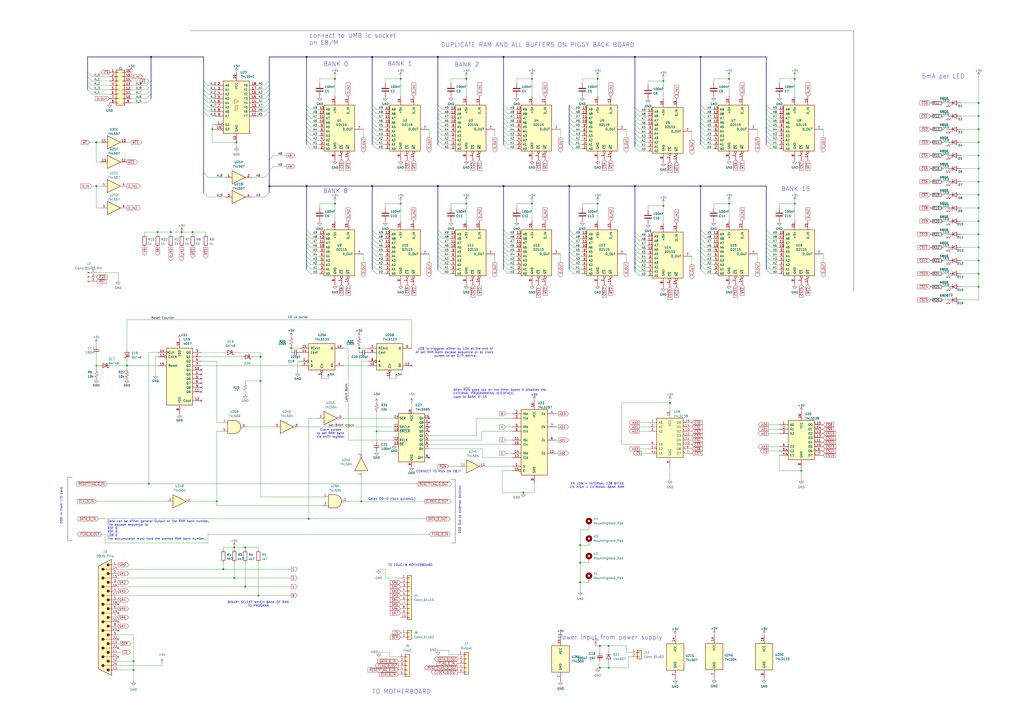
<source format=kicad_sch>
(kicad_sch (version 20250114) (generator "eeschema") (generator_version "9.0")
  (paper "A2")
  (text "connect to UMB ic socket \non E8/M" (at 179.324 26.416 0) (effects (font (size 2.54 2.54)) (justify left bottom)))
  (text "10 us pulse" (at 172.72 184.15 0) (effects (font (size 1.27 1.27))))
  (text "BANK 15\n" (at 461.518 109.728 0) (effects (font (size 2.54 2.54))))
  (text "EN LOW = INTERNAL 128 BYTES\nEN HIGH = EXTRANAL BANK RAM" (at 346.456 281.686 0) (effects (font (size 1.27 1.27))))
  (text "BANK 0" (at 194.818 37.338 0) (effects (font (size 2.54 2.54))))
  (text "DUPLICATE RAM AND ALL BUFFERS ON PIGGY BACK BOARD" (at 311.912 26.162 0) (effects (font (size 2.54 2.54))))
  (text "Gated OD-0 clock pulses(L)" (at 227.33 289.56 0) (effects (font (size 1.27 1.27))))
  (text "TO EDUC-8 MOTHERBOARD" (at 237.998 327.914 0) (effects (font (size 1.27 1.27))))
  (text "OD0 Out to external devices" (at 266.7 295.91 90) (effects (font (size 1.27 1.27))))
  (text "When ~{RUN} goes low on the timer board it disables the \nEXTERNAL PROGRAMMING INTERFACE.\nused to BANK 0-15\n" (at 262.89 231.14 0) (effects (font (size 1.27 1.27)) (justify left bottom)))
  (text "OD0 In from I/O card" (at 35.56 293.37 90) (effects (font (size 1.27 1.27))))
  (text "Clock pulses\nto set RAM bank\nvia shift register" (at 191.77 251.46 0) (effects (font (size 1.27 1.27))))
  (text "Power input from power supply" (at 353.822 369.824 0) (effects (font (size 2.54 2.54))))
  (text "BANK 8" (at 194.564 110.998 0) (effects (font (size 2.54 2.54))))
  (text "5mA per LED" (at 547.116 44.45 0) (effects (font (size 2.54 2.54))))
  (text "Data can be either general Output or the RAM bank number. \nThe escape sequence is:\nRDF 0\nRDF 0\nLDB 0\nThe accumulator must hold the wanted RAM bank number.\n " (at 62.23 308.61 0) (effects (font (size 1.27 1.27)) (justify left)))
  (text "BANK 1" (at 231.902 37.084 0) (effects (font (size 2.54 2.54))))
  (text "BANK 2\n" (at 270.764 37.592 0) (effects (font (size 2.54 2.54))))
  (text "CONNECT TO RUN ON E8/T" (at 241.3 274.32 0) (effects (font (size 1.27 1.27)) (justify left bottom)))
  (text "TO MOTHERBOARD" (at 232.918 401.32 0) (effects (font (size 2.54 2.54))))
  (text "U2B is triggerer either by U2A at the end of\nof set RAM bank escape sequence or by clock \npulses to an O/P device." (at 264.16 204.47 0) (effects (font (size 1.27 1.27))))
  (text "BINARY SELECT WHICH BANK OF RAM\nTO PROGRAM" (at 149.86 350.52 0) (effects (font (size 1.27 1.27))))
  (junction (at 91.44 134.62))
  (junction (at 422.91 118.11))
  (junction (at 384.81 46.99))
  (junction (at 567.69 90.17))
  (junction (at 135.89 317.5))
  (junction (at 336.55 316.23))
  (junction (at 99.06 134.62))
  (junction (at 336.55 337.82))
  (junction (at 292.1 107.95))
  (junction (at 149.86 345.44))
  (junction (at 303.53 285.75))
  (junction (at 384.81 119.38))
  (junction (at 87.63 33.02))
  (junction (at 567.69 128.27))
  (junction (at 567.69 59.69))
  (junction (at 461.01 118.11))
  (junction (at 388.62 233.68))
  (junction (at 177.8 107.95))
  (junction (at 567.69 120.65))
  (junction (at 142.24 340.36))
  (junction (at 179.07 300.99))
  (junction (at 232.41 45.72))
  (junction (at 347.98 387.35))
  (junction (at 55.88 82.55))
  (junction (at 567.69 67.31))
  (junction (at 353.06 387.35))
  (junction (at 55.88 107.95))
  (junction (at 461.01 45.72))
  (junction (at 151.13 220.98))
  (junction (at 194.31 118.11))
  (junction (at 194.31 45.72))
  (junction (at 254 107.95))
  (junction (at 177.8 33.02))
  (junction (at 73.66 212.09))
  (junction (at 464.82 273.05))
  (junction (at 135.89 335.28))
  (junction (at 142.24 317.5))
  (junction (at 105.41 134.62))
  (junction (at 123.19 74.93))
  (junction (at 232.41 118.11))
  (junction (at 111.76 134.62))
  (junction (at 567.69 158.75))
  (junction (at 353.06 374.65))
  (junction (at 567.69 74.93))
  (junction (at 567.69 113.03))
  (junction (at 346.71 45.72))
  (junction (at 567.69 135.89))
  (junction (at 137.16 82.55))
  (junction (at 308.61 118.11))
  (junction (at 346.71 118.11))
  (junction (at 336.55 326.39))
  (junction (at 215.9 33.02))
  (junction (at 330.2 107.95))
  (junction (at 368.3 107.95))
  (junction (at 308.61 45.72))
  (junction (at 254 33.02))
  (junction (at 292.1 33.02))
  (junction (at 77.47 383.54))
  (junction (at 270.51 118.11))
  (junction (at 567.69 97.79))
  (junction (at 208.28 201.93))
  (junction (at 567.69 166.37))
  (junction (at 77.47 388.62))
  (junction (at 55.88 212.09))
  (junction (at 567.69 82.55))
  (junction (at 406.4 33.02))
  (junction (at 151.13 207.01))
  (junction (at 270.51 45.72))
  (junction (at 567.69 105.41))
  (junction (at 422.91 45.72))
  (junction (at 86.36 280.67))
  (junction (at 218.44 250.19))
  (junction (at 406.4 107.95))
  (junction (at 215.9 107.95))
  (junction (at 567.69 151.13))
  (junction (at 347.98 374.65))
  (junction (at 129.54 330.2))
  (junction (at 368.3 33.02))
  (junction (at 156.21 107.95))
  (junction (at 125.73 290.83))
  (junction (at 168.91 201.93))
  (junction (at 567.69 143.51))
  (junction (at 209.55 290.83))
  (no_connect (at 68.58 355.6))
  (no_connect (at 116.84 227.33))
  (no_connect (at 248.92 247.65))
  (no_connect (at 116.84 222.25))
  (no_connect (at 68.58 381))
  (no_connect (at 68.58 365.76))
  (no_connect (at 116.84 219.71))
  (no_connect (at 116.84 217.17))
  (no_connect (at 116.84 224.79))
  (no_connect (at 68.58 350.52))
  (no_connect (at 238.76 212.09))
  (no_connect (at 116.84 232.41))
  (no_connect (at 248.92 245.11))
  (no_connect (at 248.92 265.43))
  (no_connect (at 68.58 370.84))
  (no_connect (at 248.92 242.57))
  (no_connect (at 68.58 360.68))
  (no_connect (at 68.58 375.92))
  (no_connect (at 116.84 214.63))
  (no_connect (at 248.92 250.19))
  (bus_entry (at 118.11 100.33) (size 2.54 2.54))
  (bus_entry (at 444.5 133.35) (size 2.54 2.54))
  (bus_entry (at 156.21 100.33) (size -2.54 2.54))
  (bus_entry (at 292.1 153.67) (size 2.54 2.54))
  (bus_entry (at 406.4 60.96) (size 2.54 2.54))
  (bus_entry (at 368.3 67.31) (size 2.54 2.54))
  (bus_entry (at 444.5 83.82) (size 2.54 2.54))
  (bus_entry (at 292.1 156.21) (size 2.54 2.54))
  (bus_entry (at 177.8 143.51) (size 2.54 2.54))
  (bus_entry (at 120.65 54.61) (size -2.54 -2.54))
  (bus_entry (at 406.4 135.89) (size 2.54 2.54))
  (bus_entry (at 368.3 85.09) (size 2.54 2.54))
  (bus_entry (at 368.3 157.48) (size 2.54 2.54))
  (bus_entry (at 444.5 146.05) (size 2.54 2.54))
  (bus_entry (at 330.2 76.2) (size 2.54 2.54))
  (bus_entry (at 215.9 133.35) (size 2.54 2.54))
  (bus_entry (at 330.2 146.05) (size 2.54 2.54))
  (bus_entry (at 368.3 69.85) (size 2.54 2.54))
  (bus_entry (at 254 83.82) (size 2.54 2.54))
  (bus_entry (at 368.3 147.32) (size 2.54 2.54))
  (bus_entry (at 156.21 111.76) (size -2.54 2.54))
  (bus_entry (at 215.9 76.2) (size 2.54 2.54))
  (bus_entry (at 215.9 66.04) (size 2.54 2.54))
  (bus_entry (at 406.4 151.13) (size 2.54 2.54))
  (bus_entry (at 444.5 148.59) (size 2.54 2.54))
  (bus_entry (at 330.2 140.97) (size 2.54 2.54))
  (bus_entry (at 330.2 81.28) (size 2.54 2.54))
  (bus_entry (at 85.09 59.69) (size 2.54 -2.54))
  (bus_entry (at 50.8 44.45) (size 2.54 2.54))
  (bus_entry (at 50.8 41.91) (size 2.54 2.54))
  (bus_entry (at 50.8 46.99) (size 2.54 2.54))
  (bus_entry (at 50.8 49.53) (size 2.54 2.54))
  (bus_entry (at 50.8 52.07) (size 2.54 2.54))
  (bus_entry (at 85.09 57.15) (size 2.54 -2.54))
  (bus_entry (at 85.09 54.61) (size 2.54 -2.54))
  (bus_entry (at 85.09 49.53) (size 2.54 -2.54))
  (bus_entry (at 85.09 52.07) (size 2.54 -2.54))
  (bus_entry (at 254 71.12) (size 2.54 2.54))
  (bus_entry (at 406.4 78.74) (size 2.54 2.54))
  (bus_entry (at 254 78.74) (size 2.54 2.54))
  (bus_entry (at 330.2 73.66) (size 2.54 2.54))
  (bus_entry (at 215.9 140.97) (size 2.54 2.54))
  (bus_entry (at 444.5 73.66) (size 2.54 2.54))
  (bus_entry (at 406.4 156.21) (size 2.54 2.54))
  (bus_entry (at 292.1 148.59) (size 2.54 2.54))
  (bus_entry (at 254 135.89) (size 2.54 2.54))
  (bus_entry (at 444.5 71.12) (size 2.54 2.54))
  (bus_entry (at 215.9 78.74) (size 2.54 2.54))
  (bus_entry (at 330.2 156.21) (size 2.54 2.54))
  (bus_entry (at 368.3 139.7) (size 2.54 2.54))
  (bus_entry (at 330.2 148.59) (size 2.54 2.54))
  (bus_entry (at 368.3 62.23) (size 2.54 2.54))
  (bus_entry (at 177.8 133.35) (size 2.54 2.54))
  (bus_entry (at 406.4 83.82) (size 2.54 2.54))
  (bus_entry (at 444.5 68.58) (size 2.54 2.54))
  (bus_entry (at 120.65 57.15) (size -2.54 -2.54))
  (bus_entry (at 292.1 68.58) (size 2.54 2.54))
  (bus_entry (at 444.5 60.96) (size 2.54 2.54))
  (bus_entry (at 177.8 151.13) (size 2.54 2.54))
  (bus_entry (at 177.8 140.97) (size 2.54 2.54))
  (bus_entry (at 444.5 143.51) (size 2.54 2.54))
  (bus_entry (at 406.4 76.2) (size 2.54 2.54))
  (bus_entry (at 330.2 60.96) (size 2.54 2.54))
  (bus_entry (at 444.5 63.5) (size 2.54 2.54))
  (bus_entry (at 406.4 68.58) (size 2.54 2.54))
  (bus_entry (at 406.4 148.59) (size 2.54 2.54))
  (bus_entry (at 292.1 63.5) (size 2.54 2.54))
  (bus_entry (at 177.8 146.05) (size 2.54 2.54))
  (bus_entry (at 120.65 59.69) (size -2.54 -2.54))
  (bus_entry (at 156.21 49.53) (size -2.54 2.54))
  (bus_entry (at 368.3 134.62) (size 2.54 2.54))
  (bus_entry (at 444.5 138.43) (size 2.54 2.54))
  (bus_entry (at 254 148.59) (size 2.54 2.54))
  (bus_entry (at 153.67 62.23) (size 2.54 -2.54))
  (bus_entry (at 153.67 57.15) (size 2.54 -2.54))
  (bus_entry (at 177.8 153.67) (size 2.54 2.54))
  (bus_entry (at 254 73.66) (size 2.54 2.54))
  (bus_entry (at 330.2 133.35) (size 2.54 2.54))
  (bus_entry (at 120.65 49.53) (size -2.54 -2.54))
  (bus_entry (at 368.3 137.16) (size 2.54 2.54))
  (bus_entry (at 292.1 81.28) (size 2.54 2.54))
  (bus_entry (at 254 153.67) (size 2.54 2.54))
  (bus_entry (at 254 76.2) (size 2.54 2.54))
  (bus_entry (at 406.4 81.28) (size 2.54 2.54))
  (bus_entry (at 158.75 96.52) (size -2.54 2.54))
  (bus_entry (at 330.2 66.04) (size 2.54 2.54))
  (bus_entry (at 177.8 66.04) (size 2.54 2.54))
  (bus_entry (at 177.8 71.12) (size 2.54 2.54))
  (bus_entry (at 177.8 68.58) (size 2.54 2.54))
  (bus_entry (at 177.8 73.66) (size 2.54 2.54))
  (bus_entry (at 177.8 76.2) (size 2.54 2.54))
  (bus_entry (at 177.8 81.28) (size 2.54 2.54))
  (bus_entry (at 177.8 78.74) (size 2.54 2.54))
  (bus_entry (at 177.8 60.96) (size 2.54 2.54))
  (bus_entry (at 177.8 63.5) (size 2.54 2.54))
  (bus_entry (at 177.8 83.82) (size 2.54 2.54))
  (bus_entry (at 406.4 143.51) (size 2.54 2.54))
  (bus_entry (at 292.1 138.43) (size 2.54 2.54))
  (bus_entry (at 254 63.5) (size 2.54 2.54))
  (bus_entry (at 254 138.43) (size 2.54 2.54))
  (bus_entry (at 406.4 138.43) (size 2.54 2.54))
  (bus_entry (at 153.67 54.61) (size 2.54 -2.54))
  (bus_entry (at 368.3 144.78) (size 2.54 2.54))
  (bus_entry (at 215.9 83.82) (size 2.54 2.54))
  (bus_entry (at 292.1 151.13) (size 2.54 2.54))
  (bus_entry (at 120.65 62.23) (size -2.54 -2.54))
  (bus_entry (at 330.2 71.12) (size 2.54 2.54))
  (bus_entry (at 368.3 77.47) (size 2.54 2.54))
  (bus_entry (at 406.4 133.35) (size 2.54 2.54))
  (bus_entry (at 158.75 90.17) (size -2.54 2.54))
  (bus_entry (at 406.4 146.05) (size 2.54 2.54))
  (bus_entry (at 215.9 71.12) (size 2.54 2.54))
  (bus_entry (at 444.5 156.21) (size 2.54 2.54))
  (bus_entry (at 444.5 135.89) (size 2.54 2.54))
  (bus_entry (at 215.9 135.89) (size 2.54 2.54))
  (bus_entry (at 292.1 60.96) (size 2.54 2.54))
  (bus_entry (at 254 143.51) (size 2.54 2.54))
  (bus_entry (at 292.1 66.04) (size 2.54 2.54))
  (bus_entry (at 330.2 78.74) (size 2.54 2.54))
  (bus_entry (at 153.67 64.77) (size 2.54 -2.54))
  (bus_entry (at 254 81.28) (size 2.54 2.54))
  (bus_entry (at 254 68.58) (size 2.54 2.54))
  (bus_entry (at 254 151.13) (size 2.54 2.54))
  (bus_entry (at 254 156.21) (size 2.54 2.54))
  (bus_entry (at 292.1 146.05) (size 2.54 2.54))
  (bus_entry (at 292.1 135.89) (size 2.54 2.54))
  (bus_entry (at 406.4 71.12) (size 2.54 2.54))
  (bus_entry (at 444.5 78.74) (size 2.54 2.54))
  (bus_entry (at 368.3 72.39) (size 2.54 2.54))
  (bus_entry (at 330.2 153.67) (size 2.54 2.54))
  (bus_entry (at 118.11 111.76) (size 2.54 2.54))
  (bus_entry (at 368.3 82.55) (size 2.54 2.54))
  (bus_entry (at 215.9 146.05) (size 2.54 2.54))
  (bus_entry (at 368.3 74.93) (size 2.54 2.54))
  (bus_entry (at 215.9 68.58) (size 2.54 2.54))
  (bus_entry (at 254 133.35) (size 2.54 2.54))
  (bus_entry (at 330.2 135.89) (size 2.54 2.54))
  (bus_entry (at 292.1 76.2) (size 2.54 2.54))
  (bus_entry (at 120.65 67.31) (size -2.54 -2.54))
  (bus_entry (at 120.65 52.07) (size -2.54 -2.54))
  (bus_entry (at 330.2 63.5) (size 2.54 2.54))
  (bus_entry (at 368.3 152.4) (size 2.54 2.54))
  (bus_entry (at 368.3 80.01) (size 2.54 2.54))
  (bus_entry (at 120.65 64.77) (size -2.54 -2.54))
  (bus_entry (at 444.5 81.28) (size 2.54 2.54))
  (bus_entry (at 215.9 148.59) (size 2.54 2.54))
  (bus_entry (at 368.3 64.77) (size 2.54 2.54))
  (bus_entry (at 444.5 140.97) (size 2.54 2.54))
  (bus_entry (at 177.8 138.43) (size 2.54 2.54))
  (bus_entry (at 292.1 78.74) (size 2.54 2.54))
  (bus_entry (at 368.3 142.24) (size 2.54 2.54))
  (bus_entry (at 292.1 140.97) (size 2.54 2.54))
  (bus_entry (at 330.2 151.13) (size 2.54 2.54))
  (bus_entry (at 444.5 153.67) (size 2.54 2.54))
  (bus_entry (at 177.8 156.21) (size 2.54 2.54))
  (bus_entry (at 254 140.97) (size 2.54 2.54))
  (bus_entry (at 292.1 71.12) (size 2.54 2.54))
  (bus_entry (at 406.4 66.04) (size 2.54 2.54))
  (bus_entry (at 153.67 49.53) (size 2.54 -2.54))
  (bus_entry (at 215.9 138.43) (size 2.54 2.54))
  (bus_entry (at 215.9 81.28) (size 2.54 2.54))
  (bus_entry (at 444.5 151.13) (size 2.54 2.54))
  (bus_entry (at 215.9 156.21) (size 2.54 2.54))
  (bus_entry (at 254 146.05) (size 2.54 2.54))
  (bus_entry (at 368.3 154.94) (size 2.54 2.54))
  (bus_entry (at 215.9 153.67) (size 2.54 2.54))
  (bus_entry (at 406.4 140.97) (size 2.54 2.54))
  (bus_entry (at 215.9 63.5) (size 2.54 2.54))
  (bus_entry (at 215.9 143.51) (size 2.54 2.54))
  (bus_entry (at 215.9 60.96) (size 2.54 2.54))
  (bus_entry (at 292.1 143.51) (size 2.54 2.54))
  (bus_entry (at 153.67 67.31) (size 2.54 -2.54))
  (bus_entry (at 330.2 143.51) (size 2.54 2.54))
  (bus_entry (at 330.2 83.82) (size 2.54 2.54))
  (bus_entry (at 254 60.96) (size 2.54 2.54))
  (bus_entry (at 406.4 153.67) (size 2.54 2.54))
  (bus_entry (at 254 66.04) (size 2.54 2.54))
  (bus_entry (at 215.9 73.66) (size 2.54 2.54))
  (bus_entry (at 177.8 148.59) (size 2.54 2.54))
  (bus_entry (at 406.4 73.66) (size 2.54 2.54))
  (bus_entry (at 292.1 73.66) (size 2.54 2.54))
  (bus_entry (at 330.2 68.58) (size 2.54 2.54))
  (bus_entry (at 215.9 151.13) (size 2.54 2.54))
  (bus_entry (at 444.5 76.2) (size 2.54 2.54))
  (bus_entry (at 292.1 133.35) (size 2.54 2.54))
  (bus_entry (at 153.67 59.69) (size 2.54 -2.54))
  (bus_entry (at 368.3 149.86) (size 2.54 2.54))
  (bus_entry (at 292.1 83.82) (size 2.54 2.54))
  (bus_entry (at 406.4 63.5) (size 2.54 2.54))
  (bus_entry (at 177.8 135.89) (size 2.54 2.54))
  (bus_entry (at 330.2 138.43) (size 2.54 2.54))
  (bus_entry (at 444.5 66.04) (size 2.54 2.54))
  (wire (pts (xy 158.75 90.17) (xy 166.37 90.17)))
  (bus (pts (xy 215.9 63.5) (xy 215.9 66.04)))
  (bus (pts (xy 444.5 143.51) (xy 444.5 146.05)))
  (wire (pts (xy 77.47 383.54) (xy 68.58 383.54)))
  (bus (pts (xy 118.11 33.02) (xy 87.63 33.02)))
  (wire (pts (xy 91.44 134.62) (xy 91.44 135.89)))
  (bus (pts (xy 444.5 146.05) (xy 444.5 148.59)))
  (bus (pts (xy 215.9 135.89) (xy 215.9 138.43)))
  (wire (pts (xy 567.69 166.37) (xy 567.69 173.99)))
  (bus (pts (xy 50.8 33.02) (xy 87.63 33.02)))
  (wire (pts (xy 370.84 85.09) (xy 375.92 85.09)))
  (wire (pts (xy 294.64 73.66) (xy 299.72 73.66)))
  (wire (pts (xy 422.91 45.72) (xy 414.02 45.72)))
  (bus (pts (xy 444.5 153.67) (xy 444.5 156.21)))
  (wire (pts (xy 291.338 285.75) (xy 303.53 285.75)))
  (wire (pts (xy 346.71 44.45) (xy 346.71 45.72)))
  (wire (pts (xy 370.84 245.11) (xy 375.92 245.11)))
  (wire (pts (xy 209.55 276.86) (xy 209.55 290.83)))
  (wire (pts (xy 557.53 128.27) (xy 567.69 128.27)))
  (bus (pts (xy 215.9 138.43) (xy 215.9 140.97)))
  (bus (pts (xy 406.4 73.66) (xy 406.4 76.2)))
  (wire (pts (xy 120.65 67.31) (xy 124.46 67.31)))
  (wire (pts (xy 547.37 158.75) (xy 549.91 158.75)))
  (bus (pts (xy 406.4 76.2) (xy 406.4 78.74)))
  (bus (pts (xy 444.5 73.66) (xy 444.5 76.2)))
  (bus (pts (xy 177.8 140.97) (xy 177.8 143.51)))
  (bus (pts (xy 330.2 76.2) (xy 330.2 78.74)))
  (wire (pts (xy 209.55 209.55) (xy 209.55 261.62)))
  (bus (pts (xy 177.8 63.5) (xy 177.8 66.04)))
  (wire (pts (xy 363.22 374.65) (xy 353.06 374.65)))
  (bus (pts (xy 118.11 64.77) (xy 118.11 62.23)))
  (wire (pts (xy 146.05 102.87) (xy 153.67 102.87)))
  (bus (pts (xy 444.5 63.5) (xy 444.5 66.04)))
  (wire (pts (xy 180.34 153.67) (xy 185.42 153.67)))
  (wire (pts (xy 336.55 307.34) (xy 336.55 316.23)))
  (bus (pts (xy 406.4 60.96) (xy 406.4 63.5)))
  (wire (pts (xy 452.12 45.72) (xy 452.12 48.26)))
  (wire (pts (xy 370.84 160.02) (xy 375.92 160.02)))
  (wire (pts (xy 461.01 45.72) (xy 452.12 45.72)))
  (wire (pts (xy 422.91 116.84) (xy 422.91 118.11)))
  (bus (pts (xy 330.2 60.96) (xy 330.2 63.5)))
  (wire (pts (xy 73.66 185.42) (xy 238.76 185.42)))
  (bus (pts (xy 406.4 138.43) (xy 406.4 140.97)))
  (wire (pts (xy 149.86 49.53) (xy 153.67 49.53)))
  (wire (pts (xy 346.71 45.72) (xy 337.82 45.72)))
  (bus (pts (xy 177.8 148.59) (xy 177.8 151.13)))
  (bus (pts (xy 118.11 59.69) (xy 118.11 57.15)))
  (wire (pts (xy 77.47 394.97) (xy 77.47 388.62)))
  (bus (pts (xy 177.8 107.95) (xy 177.8 133.35)))
  (wire (pts (xy 248.92 257.81) (xy 297.18 257.81)))
  (wire (pts (xy 384.81 45.72) (xy 384.81 46.99)))
  (wire (pts (xy 149.86 62.23) (xy 153.67 62.23)))
  (wire (pts (xy 129.54 318.77) (xy 129.54 317.5)))
  (wire (pts (xy 294.64 71.12) (xy 299.72 71.12)))
  (wire (pts (xy 91.44 204.47) (xy 86.36 204.47)))
  (bus (pts (xy 215.9 107.95) (xy 215.9 133.35)))
  (wire (pts (xy 299.72 118.11) (xy 299.72 120.65)))
  (bus (pts (xy 406.4 133.35) (xy 406.4 135.89)))
  (wire (pts (xy 347.98 387.35) (xy 346.71 387.35)))
  (wire (pts (xy 151.13 204.47) (xy 151.13 207.01)))
  (bus (pts (xy 254 60.96) (xy 254 63.5)))
  (wire (pts (xy 168.91 335.28) (xy 135.89 335.28)))
  (wire (pts (xy 370.84 149.86) (xy 375.92 149.86)))
  (wire (pts (xy 116.84 204.47) (xy 129.54 204.47)))
  (wire (pts (xy 218.44 151.13) (xy 223.52 151.13)))
  (bus (pts (xy 292.1 66.04) (xy 292.1 68.58)))
  (bus (pts (xy 215.9 78.74) (xy 215.9 81.28)))
  (wire (pts (xy 142.24 340.36) (xy 68.58 340.36)))
  (wire (pts (xy 256.54 156.21) (xy 261.62 156.21)))
  (wire (pts (xy 248.92 152.4) (xy 248.92 147.32)))
  (wire (pts (xy 190.5 219.71) (xy 186.69 219.71)))
  (wire (pts (xy 567.69 158.75) (xy 567.69 166.37)))
  (wire (pts (xy 363.22 374.65) (xy 363.22 378.46)))
  (bus (pts (xy 292.1 151.13) (xy 292.1 153.67)))
  (wire (pts (xy 370.84 260.35) (xy 375.92 260.35)))
  (wire (pts (xy 125.73 245.11) (xy 128.27 245.11)))
  (bus (pts (xy 368.3 137.16) (xy 368.3 139.7)))
  (wire (pts (xy 248.92 80.01) (xy 248.92 74.93)))
  (bus (pts (xy 156.21 64.77) (xy 156.21 62.23)))
  (wire (pts (xy 146.05 114.3) (xy 153.67 114.3)))
  (wire (pts (xy 247.65 300.99) (xy 179.07 300.99)))
  (wire (pts (xy 332.74 81.28) (xy 337.82 81.28)))
  (bus (pts (xy 368.3 139.7) (xy 368.3 142.24)))
  (wire (pts (xy 256.54 140.97) (xy 261.62 140.97)))
  (bus (pts (xy 215.9 66.04) (xy 215.9 68.58)))
  (wire (pts (xy 86.36 280.67) (xy 242.57 280.67)))
  (wire (pts (xy 353.06 374.65) (xy 353.06 377.19)))
  (wire (pts (xy 388.62 270.51) (xy 388.62 278.13)))
  (bus (pts (xy 215.9 153.67) (xy 215.9 156.21)))
  (wire (pts (xy 58.42 93.98) (xy 55.88 93.98)))
  (wire (pts (xy 260.35 379.73) (xy 260.35 377.19)))
  (bus (pts (xy 444.5 138.43) (xy 444.5 140.97)))
  (bus (pts (xy 368.3 134.62) (xy 368.3 137.16)))
  (wire (pts (xy 323.85 262.89) (xy 322.58 262.89)))
  (wire (pts (xy 557.53 82.55) (xy 567.69 82.55)))
  (bus (pts (xy 87.63 54.61) (xy 87.63 57.15)))
  (wire (pts (xy 279.4 255.27) (xy 279.4 250.19)))
  (wire (pts (xy 53.34 54.61) (xy 63.5 54.61)))
  (wire (pts (xy 208.28 201.93) (xy 208.28 204.47)))
  (wire (pts (xy 408.94 140.97) (xy 414.02 140.97)))
  (bus (pts (xy 87.63 33.02) (xy 87.63 46.99)))
  (wire (pts (xy 332.74 153.67) (xy 337.82 153.67)))
  (wire (pts (xy 185.42 45.72) (xy 185.42 48.26)))
  (wire (pts (xy 173.99 247.65) (xy 228.6 247.65)))
  (wire (pts (xy 218.44 76.2) (xy 223.52 76.2)))
  (wire (pts (xy 408.94 138.43) (xy 414.02 138.43)))
  (wire (pts (xy 105.41 134.62) (xy 111.76 134.62)))
  (wire (pts (xy 124.46 72.39) (xy 123.19 72.39)))
  (wire (pts (xy 547.37 113.03) (xy 549.91 113.03)))
  (wire (pts (xy 256.54 146.05) (xy 261.62 146.05)))
  (wire (pts (xy 567.69 113.03) (xy 567.69 120.65)))
  (wire (pts (xy 180.34 71.12) (xy 185.42 71.12)))
  (wire (pts (xy 370.84 157.48) (xy 375.92 157.48)))
  (bus (pts (xy 368.3 72.39) (xy 368.3 74.93)))
  (wire (pts (xy 375.92 119.38) (xy 375.92 121.92)))
  (bus (pts (xy 254 66.04) (xy 254 68.58)))
  (wire (pts (xy 287.02 152.4) (xy 287.02 147.32)))
  (wire (pts (xy 55.88 212.09) (xy 57.15 212.09)))
  (wire (pts (xy 256.54 78.74) (xy 261.62 78.74)))
  (wire (pts (xy 168.91 345.44) (xy 149.86 345.44)))
  (wire (pts (xy 147.32 207.01) (xy 151.13 207.01)))
  (bus (pts (xy 177.8 60.96) (xy 177.8 63.5)))
  (wire (pts (xy 123.19 72.39) (xy 123.19 74.93)))
  (bus (pts (xy 444.5 78.74) (xy 444.5 81.28)))
  (wire (pts (xy 142.24 220.98) (xy 151.13 220.98)))
  (wire (pts (xy 184.15 242.57) (xy 179.07 242.57)))
  (bus (pts (xy 215.9 140.97) (xy 215.9 143.51)))
  (wire (pts (xy 256.54 71.12) (xy 261.62 71.12)))
  (wire (pts (xy 347.98 374.65) (xy 345.44 374.65)))
  (wire (pts (xy 120.65 64.77) (xy 124.46 64.77)))
  (wire (pts (xy 55.88 205.74) (xy 55.88 212.09)))
  (wire (pts (xy 461.01 118.11) (xy 461.01 128.27)))
  (wire (pts (xy 293.37 262.89) (xy 297.18 262.89)))
  (bus (pts (xy 330.2 143.51) (xy 330.2 146.05)))
  (wire (pts (xy 135.89 317.5) (xy 142.24 317.5)))
  (wire (pts (xy 218.44 138.43) (xy 223.52 138.43)))
  (wire (pts (xy 308.61 118.11) (xy 299.72 118.11)))
  (wire (pts (xy 332.74 156.21) (xy 337.82 156.21)))
  (wire (pts (xy 332.74 76.2) (xy 337.82 76.2)))
  (wire (pts (xy 76.2 49.53) (xy 85.09 49.53)))
  (wire (pts (xy 325.12 80.01) (xy 325.12 74.93)))
  (wire (pts (xy 168.91 201.93) (xy 168.91 200.66)))
  (wire (pts (xy 346.71 45.72) (xy 346.71 55.88)))
  (wire (pts (xy 120.65 114.3) (xy 130.81 114.3)))
  (wire (pts (xy 353.06 384.81) (xy 353.06 387.35)))
  (wire (pts (xy 384.81 119.38) (xy 384.81 129.54)))
  (bus (pts (xy 156.21 59.69) (xy 156.21 57.15)))
  (wire (pts (xy 336.55 316.23) (xy 336.55 326.39)))
  (bus (pts (xy 292.1 140.97) (xy 292.1 143.51)))
  (bus (pts (xy 444.5 76.2) (xy 444.5 78.74)))
  (wire (pts (xy 53.34 46.99) (xy 63.5 46.99)))
  (wire (pts (xy 68.58 373.38) (xy 69.85 373.38)))
  (wire (pts (xy 218.44 78.74) (xy 223.52 78.74)))
  (wire (pts (xy 218.44 63.5) (xy 223.52 63.5)))
  (bus (pts (xy 254 81.28) (xy 254 83.82)))
  (wire (pts (xy 99.06 134.62) (xy 105.41 134.62)))
  (bus (pts (xy 368.3 69.85) (xy 368.3 72.39)))
  (wire (pts (xy 308.61 45.72) (xy 299.72 45.72)))
  (wire (pts (xy 173.99 209.55) (xy 172.72 209.55)))
  (wire (pts (xy 337.82 118.11) (xy 337.82 120.65)))
  (wire (pts (xy 149.86 67.31) (xy 153.67 67.31)))
  (wire (pts (xy 447.04 148.59) (xy 452.12 148.59)))
  (wire (pts (xy 180.34 156.21) (xy 185.42 156.21)))
  (wire (pts (xy 55.88 212.09) (xy 55.88 214.63)))
  (bus (pts (xy 215.9 60.96) (xy 215.9 63.5)))
  (wire (pts (xy 303.53 285.75) (xy 309.88 285.75)))
  (wire (pts (xy 261.62 314.96) (xy 264.16 314.96)) (stroke (width 0) (color 0 0 72 1)))
  (wire (pts (xy 370.84 250.19) (xy 375.92 250.19)))
  (wire (pts (xy 364.49 387.35) (xy 353.06 387.35)))
  (wire (pts (xy 180.34 143.51) (xy 185.42 143.51)))
  (bus (pts (xy 330.2 107.95) (xy 292.1 107.95)))
  (polyline (pts (xy 495.3 17.78) (xy 495.3 168.91)))
  (wire (pts (xy 218.44 135.89) (xy 223.52 135.89)))
  (bus (pts (xy 406.4 81.28) (xy 406.4 83.82)))
  (wire (pts (xy 332.74 68.58) (xy 337.82 68.58)))
  (bus (pts (xy 254 153.67) (xy 254 156.21)))
  (wire (pts (xy 557.53 143.51) (xy 567.69 143.51)))
  (wire (pts (xy 445.77 259.08) (xy 452.12 259.08)))
  (wire (pts (xy 447.04 81.28) (xy 452.12 81.28)))
  (bus (pts (xy 156.21 54.61) (xy 156.21 52.07)))
  (bus (pts (xy 177.8 146.05) (xy 177.8 148.59)))
  (wire (pts (xy 447.04 138.43) (xy 452.12 138.43)))
  (wire (pts (xy 414.02 118.11) (xy 414.02 120.65)))
  (wire (pts (xy 408.94 156.21) (xy 414.02 156.21)))
  (bus (pts (xy 254 73.66) (xy 254 76.2)))
  (bus (pts (xy 330.2 66.04) (xy 330.2 68.58)))
  (wire (pts (xy 194.31 118.11) (xy 194.31 128.27)))
  (wire (pts (xy 557.53 151.13) (xy 567.69 151.13)))
  (wire (pts (xy 180.34 68.58) (xy 185.42 68.58)))
  (wire (pts (xy 129.54 326.39) (xy 129.54 330.2)))
  (wire (pts (xy 256.54 148.59) (xy 261.62 148.59)))
  (wire (pts (xy 173.99 201.93) (xy 168.91 201.93)))
  (wire (pts (xy 461.01 116.84) (xy 461.01 118.11)))
  (wire (pts (xy 341.63 306.07) (xy 341.63 307.34)))
  (wire (pts (xy 408.94 73.66) (xy 414.02 73.66)))
  (wire (pts (xy 294.64 66.04) (xy 299.72 66.04)))
  (bus (pts (xy 215.9 81.28) (xy 215.9 83.82)))
  (wire (pts (xy 60.96 314.96) (xy 120.65 314.96)))
  (bus (pts (xy 330.2 151.13) (xy 330.2 153.67)))
  (bus (pts (xy 177.8 66.04) (xy 177.8 68.58)))
  (wire (pts (xy 120.65 309.88) (xy 248.92 309.88)))
  (wire (pts (xy 142.24 227.33) (xy 142.24 228.6)))
  (bus (pts (xy 156.21 107.95) (xy 177.8 107.95)))
  (wire (pts (xy 111.76 134.62) (xy 119.38 134.62)))
  (wire (pts (xy 125.73 250.19) (xy 128.27 250.19)))
  (bus (pts (xy 118.11 57.15) (xy 118.11 54.61)))
  (wire (pts (xy 226.06 219.71) (xy 229.87 219.71)))
  (wire (pts (xy 401.32 153.67) (xy 401.32 148.59)))
  (bus (pts (xy 292.1 81.28) (xy 292.1 83.82)))
  (bus (pts (xy 177.8 138.43) (xy 177.8 140.97)))
  (polyline (pts (xy 110.49 17.78) (xy 495.3 17.78)))
  (bus (pts (xy 406.4 133.35) (xy 406.4 107.95)))
  (wire (pts (xy 557.53 158.75) (xy 567.69 158.75)))
  (bus (pts (xy 406.4 71.12) (xy 406.4 73.66)))
  (bus (pts (xy 118.11 62.23) (xy 118.11 59.69)))
  (wire (pts (xy 447.04 63.5) (xy 452.12 63.5)))
  (wire (pts (xy 90.17 207.01) (xy 90.17 217.17)))
  (wire (pts (xy 422.91 45.72) (xy 422.91 55.88)))
  (wire (pts (xy 76.2 46.99) (xy 81.28 46.99)))
  (wire (pts (xy 149.86 57.15) (xy 153.67 57.15)))
  (wire (pts (xy 384.81 46.99) (xy 384.81 57.15)))
  (wire (pts (xy 388.62 233.68) (xy 388.62 237.49)))
  (bus (pts (xy 330.2 68.58) (xy 330.2 71.12)))
  (wire (pts (xy 73.66 212.09) (xy 73.66 214.63)))
  (bus (pts (xy 215.9 33.02) (xy 215.9 60.96)))
  (wire (pts (xy 294.64 76.2) (xy 299.72 76.2)))
  (wire (pts (xy 370.84 82.55) (xy 375.92 82.55)))
  (bus (pts (xy 156.21 62.23) (xy 156.21 59.69)))
  (bus (pts (xy 406.4 140.97) (xy 406.4 143.51)))
  (bus (pts (xy 254 148.59) (xy 254 151.13)))
  (wire (pts (xy 336.55 326.39) (xy 341.63 326.39)))
  (wire (pts (xy 232.41 118.11) (xy 223.52 118.11)))
  (wire (pts (xy 370.84 152.4) (xy 375.92 152.4)))
  (bus (pts (xy 215.9 33.02) (xy 254 33.02)))
  (wire (pts (xy 547.37 67.31) (xy 549.91 67.31)))
  (wire (pts (xy 135.89 326.39) (xy 135.89 335.28)))
  (bus (pts (xy 368.3 80.01) (xy 368.3 82.55)))
  (bus (pts (xy 215.9 73.66) (xy 215.9 76.2)))
  (wire (pts (xy 185.42 118.11) (xy 185.42 120.65)))
  (bus (pts (xy 177.8 68.58) (xy 177.8 71.12)))
  (bus (pts (xy 292.1 107.95) (xy 254 107.95)))
  (wire (pts (xy 332.74 146.05) (xy 337.82 146.05)))
  (wire (pts (xy 370.84 72.39) (xy 375.92 72.39)))
  (bus (pts (xy 254 76.2) (xy 254 78.74)))
  (wire (pts (xy 332.74 66.04) (xy 337.82 66.04)))
  (wire (pts (xy 232.41 45.72) (xy 232.41 55.88)))
  (wire (pts (xy 194.31 44.45) (xy 194.31 45.72)))
  (wire (pts (xy 238.76 201.93) (xy 238.76 185.42)))
  (wire (pts (xy 218.44 81.28) (xy 223.52 81.28)))
  (wire (pts (xy 149.86 59.69) (xy 153.67 59.69)))
  (wire (pts (xy 447.04 73.66) (xy 452.12 73.66)))
  (wire (pts (xy 567.69 105.41) (xy 567.69 113.03)))
  (wire (pts (xy 120.65 314.96) (xy 120.65 309.88)))
  (wire (pts (xy 384.81 118.11) (xy 384.81 119.38)))
  (wire (pts (xy 308.61 116.84) (xy 308.61 118.11)))
  (bus (pts (xy 406.4 146.05) (xy 406.4 148.59)))
  (bus (pts (xy 177.8 76.2) (xy 177.8 78.74)))
  (wire (pts (xy 323.85 247.65) (xy 322.58 247.65)))
  (wire (pts (xy 68.58 386.08) (xy 93.98 386.08)))
  (bus (pts (xy 177.8 73.66) (xy 177.8 76.2)))
  (wire (pts (xy 208.28 200.66) (xy 208.28 201.93)))
  (wire (pts (xy 83.82 134.62) (xy 91.44 134.62)))
  (wire (pts (xy 332.74 83.82) (xy 337.82 83.82)))
  (wire (pts (xy 557.53 97.79) (xy 567.69 97.79)))
  (wire (pts (xy 353.06 387.35) (xy 347.98 387.35)))
  (wire (pts (xy 294.64 78.74) (xy 299.72 78.74)))
  (wire (pts (xy 218.44 86.36) (xy 223.52 86.36)))
  (wire (pts (xy 332.74 140.97) (xy 337.82 140.97)))
  (wire (pts (xy 308.61 45.72) (xy 308.61 55.88)))
  (wire (pts (xy 39.37 276.86) (xy 39.37 313.69)) (stroke (width 0) (color 0 0 72 1)))
  (wire (pts (xy 158.75 247.65) (xy 143.51 247.65)))
  (wire (pts (xy 76.2 57.15) (xy 85.09 57.15)))
  (bus (pts (xy 330.2 135.89) (xy 330.2 138.43)))
  (bus (pts (xy 368.3 33.02) (xy 406.4 33.02)))
  (wire (pts (xy 256.54 76.2) (xy 261.62 76.2)))
  (wire (pts (xy 363.22 378.46) (xy 365.76 378.46)))
  (bus (pts (xy 406.4 63.5) (xy 406.4 66.04)))
  (bus (pts (xy 368.3 33.02) (xy 368.3 62.23)))
  (wire (pts (xy 408.94 68.58) (xy 414.02 68.58)))
  (bus (pts (xy 368.3 74.93) (xy 368.3 77.47)))
  (wire (pts (xy 129.54 317.5) (xy 135.89 317.5)))
  (wire (pts (xy 248.92 260.35) (xy 279.908 260.35)))
  (wire (pts (xy 125.73 293.37) (xy 125.73 290.83)))
  (wire (pts (xy 408.94 63.5) (xy 414.02 63.5)))
  (wire (pts (xy 172.72 209.55) (xy 172.72 215.9)))
  (wire (pts (xy 232.41 118.11) (xy 232.41 128.27)))
  (wire (pts (xy 401.32 81.28) (xy 401.32 76.2)))
  (wire (pts (xy 547.37 90.17) (xy 549.91 90.17)))
  (bus (pts (xy 406.4 107.95) (xy 368.3 107.95)))
  (bus (pts (xy 330.2 153.67) (xy 330.2 156.21)))
  (wire (pts (xy 76.2 52.07) (xy 85.09 52.07)))
  (bus (pts (xy 368.3 67.31) (xy 368.3 69.85)))
  (wire (pts (xy 464.82 273.05) (xy 464.82 278.13)))
  (wire (pts (xy 294.64 146.05) (xy 299.72 146.05)))
  (bus (pts (xy 444.5 81.28) (xy 444.5 83.82)))
  (wire (pts (xy 332.74 138.43) (xy 337.82 138.43)))
  (wire (pts (xy 180.34 151.13) (xy 185.42 151.13)))
  (bus (pts (xy 330.2 148.59) (xy 330.2 151.13)))
  (wire (pts (xy 62.23 280.67) (xy 86.36 280.67)))
  (wire (pts (xy 91.44 134.62) (xy 99.06 134.62)))
  (bus (pts (xy 215.9 68.58) (xy 215.9 71.12)))
  (wire (pts (xy 270.51 44.45) (xy 270.51 45.72)))
  (wire (pts (xy 557.53 105.41) (xy 567.69 105.41)))
  (wire (pts (xy 557.53 74.93) (xy 567.69 74.93)))
  (bus (pts (xy 177.8 81.28) (xy 177.8 83.82)))
  (wire (pts (xy 281.94 270.51) (xy 297.18 270.51)))
  (wire (pts (xy 76.2 59.69) (xy 85.09 59.69)))
  (wire (pts (xy 447.04 140.97) (xy 452.12 140.97)))
  (wire (pts (xy 201.93 290.83) (xy 209.55 290.83)))
  (bus (pts (xy 254 33.02) (xy 254 60.96)))
  (wire (pts (xy 168.91 330.2) (xy 129.54 330.2)))
  (bus (pts (xy 156.21 33.02) (xy 177.8 33.02)))
  (bus (pts (xy 177.8 153.67) (xy 177.8 156.21)))
  (bus (pts (xy 254 138.43) (xy 254 140.97)))
  (bus (pts (xy 177.8 33.02) (xy 215.9 33.02)))
  (bus (pts (xy 254 33.02) (xy 292.1 33.02)))
  (wire (pts (xy 53.34 52.07) (xy 63.5 52.07)))
  (bus (pts (xy 254 78.74) (xy 254 81.28)))
  (wire (pts (xy 293.37 247.65) (xy 297.18 247.65)))
  (wire (pts (xy 270.51 45.72) (xy 270.51 55.88)))
  (wire (pts (xy 194.31 118.11) (xy 185.42 118.11)))
  (wire (pts (xy 223.52 118.11) (xy 223.52 120.65)))
  (bus (pts (xy 156.21 64.77) (xy 156.21 92.71)))
  (wire (pts (xy 323.85 240.03) (xy 322.58 240.03)))
  (bus (pts (xy 50.8 41.91) (xy 50.8 44.45)))
  (bus (pts (xy 292.1 107.95) (xy 292.1 133.35)))
  (wire (pts (xy 201.93 255.27) (xy 228.6 255.27)))
  (bus (pts (xy 118.11 64.77) (xy 118.11 100.33)))
  (bus (pts (xy 254 71.12) (xy 254 73.66)))
  (wire (pts (xy 120.65 59.69) (xy 124.46 59.69)))
  (wire (pts (xy 547.37 166.37) (xy 549.91 166.37)))
  (bus (pts (xy 444.5 68.58) (xy 444.5 71.12)))
  (bus (pts (xy 330.2 133.35) (xy 330.2 135.89)))
  (bus (pts (xy 368.3 147.32) (xy 368.3 149.86)))
  (wire (pts (xy 129.54 330.2) (xy 68.58 330.2)))
  (wire (pts (xy 547.37 59.69) (xy 549.91 59.69)))
  (wire (pts (xy 422.91 118.11) (xy 414.02 118.11)))
  (wire (pts (xy 218.44 148.59) (xy 223.52 148.59)))
  (wire (pts (xy 218.44 153.67) (xy 223.52 153.67)))
  (wire (pts (xy 232.41 44.45) (xy 232.41 45.72)))
  (wire (pts (xy 261.62 45.72) (xy 261.62 48.26)))
  (wire (pts (xy 388.62 232.41) (xy 388.62 233.68)))
  (wire (pts (xy 231.14 381) (xy 226.06 381)))
  (bus (pts (xy 215.9 133.35) (xy 215.9 135.89)))
  (wire (pts (xy 151.13 207.01) (xy 151.13 220.98)))
  (wire (pts (xy 180.34 78.74) (xy 185.42 78.74)))
  (bus (pts (xy 368.3 154.94) (xy 368.3 157.48)))
  (wire (pts (xy 567.69 143.51) (xy 567.69 151.13)))
  (wire (pts (xy 116.84 212.09) (xy 173.99 212.09)))
  (wire (pts (xy 60.96 309.88) (xy 60.96 314.96)))
  (wire (pts (xy 149.86 52.07) (xy 153.67 52.07)))
  (wire (pts (xy 447.04 86.36) (xy 452.12 86.36)))
  (wire (pts (xy 149.86 326.39) (xy 149.86 345.44)))
  (wire (pts (xy 210.82 80.01) (xy 210.82 74.93)))
  (bus (pts (xy 50.8 46.99) (xy 50.8 49.53)))
  (wire (pts (xy 294.64 83.82) (xy 299.72 83.82)))
  (wire (pts (xy 55.88 120.65) (xy 55.88 107.95)))
  (wire (pts (xy 447.04 151.13) (xy 452.12 151.13)))
  (wire (pts (xy 279.4 250.19) (xy 297.18 250.19)))
  (wire (pts (xy 294.64 158.75) (xy 299.72 158.75)))
  (wire (pts (xy 408.94 71.12) (xy 414.02 71.12)))
  (bus (pts (xy 156.21 46.99) (xy 156.21 33.02)))
  (wire (pts (xy 294.64 135.89) (xy 299.72 135.89)))
  (wire (pts (xy 180.34 86.36) (xy 185.42 86.36)))
  (wire (pts (xy 557.53 166.37) (xy 567.69 166.37)))
  (wire (pts (xy 228.6 242.57) (xy 199.39 242.57)))
  (bus (pts (xy 444.5 107.95) (xy 406.4 107.95)))
  (wire (pts (xy 408.94 78.74) (xy 414.02 78.74)))
  (wire (pts (xy 336.55 337.82) (xy 341.63 337.82)))
  (bus (pts (xy 254 146.05) (xy 254 148.59)))
  (wire (pts (xy 111.76 290.83) (xy 125.73 290.83)))
  (bus (pts (xy 368.3 62.23) (xy 368.3 64.77)))
  (wire (pts (xy 370.84 144.78) (xy 375.92 144.78)))
  (wire (pts (xy 73.66 185.42) (xy 73.66 201.93)))
  (wire (pts (xy 232.41 335.28) (xy 223.52 335.28)))
  (bus (pts (xy 254 107.95) (xy 215.9 107.95)))
  (wire (pts (xy 547.37 82.55) (xy 549.91 82.55)))
  (wire (pts (xy 142.24 317.5) (xy 142.24 318.77)))
  (wire (pts (xy 567.69 82.55) (xy 567.69 90.17)))
  (bus (pts (xy 444.5 140.97) (xy 444.5 143.51)))
  (wire (pts (xy 180.34 148.59) (xy 185.42 148.59)))
  (wire (pts (xy 370.84 147.32) (xy 375.92 147.32)))
  (bus (pts (xy 254 68.58) (xy 254 71.12)))
  (wire (pts (xy 408.94 83.82) (xy 414.02 83.82)))
  (wire (pts (xy 279.908 260.35) (xy 279.908 265.43)))
  (wire (pts (xy 142.24 317.5) (xy 149.86 317.5)))
  (wire (pts (xy 223.52 330.2) (xy 219.71 330.2)))
  (bus (pts (xy 444.5 33.02) (xy 444.5 60.96)))
  (wire (pts (xy 86.36 204.47) (xy 86.36 280.67)))
  (wire (pts (xy 265.43 379.73) (xy 260.35 379.73)))
  (wire (pts (xy 370.84 137.16) (xy 375.92 137.16)))
  (bus (pts (xy 330.2 78.74) (xy 330.2 81.28)))
  (wire (pts (xy 452.12 118.11) (xy 452.12 120.65)))
  (bus (pts (xy 254 135.89) (xy 254 138.43)))
  (wire (pts (xy 384.81 46.99) (xy 375.92 46.99)))
  (bus (pts (xy 406.4 66.04) (xy 406.4 68.58)))
  (wire (pts (xy 322.58 255.27) (xy 323.85 255.27)))
  (wire (pts (xy 209.55 290.83) (xy 246.38 290.83)))
  (wire (pts (xy 256.54 86.36) (xy 261.62 86.36)))
  (bus (pts (xy 330.2 71.12) (xy 330.2 73.66)))
  (wire (pts (xy 360.68 257.81) (xy 360.68 233.68)))
  (wire (pts (xy 294.64 153.67) (xy 299.72 153.67)))
  (wire (pts (xy 248.92 252.73) (xy 276.225 252.73)))
  (wire (pts (xy 180.34 83.82) (xy 185.42 83.82)))
  (wire (pts (xy 270.51 45.72) (xy 261.62 45.72)))
  (wire (pts (xy 125.73 290.83) (xy 125.73 250.19)))
  (wire (pts (xy 218.44 250.19) (xy 218.44 256.54)))
  (wire (pts (xy 223.52 45.72) (xy 223.52 48.26)))
  (wire (pts (xy 261.62 278.13) (xy 264.16 278.13)) (stroke (width 0) (color 0 0 72 1)))
  (wire (pts (xy 447.04 143.51) (xy 452.12 143.51)))
  (bus (pts (xy 118.11 46.99) (xy 118.11 33.02)))
  (bus (pts (xy 406.4 143.51) (xy 406.4 146.05)))
  (bus (pts (xy 118.11 49.53) (xy 118.11 46.99)))
  (wire (pts (xy 218.44 238.76) (xy 218.44 250.19)))
  (bus (pts (xy 444.5 71.12) (xy 444.5 73.66)))
  (wire (pts (xy 547.37 120.65) (xy 549.91 120.65)))
  (wire (pts (xy 53.34 49.53) (xy 63.5 49.53)))
  (bus (pts (xy 368.3 82.55) (xy 368.3 85.09)))
  (wire (pts (xy 223.52 335.28) (xy 223.52 330.2)))
  (wire (pts (xy 210.82 152.4) (xy 210.82 147.32)))
  (bus (pts (xy 156.21 100.33) (xy 156.21 107.95)))
  (bus (pts (xy 177.8 143.51) (xy 177.8 146.05)))
  (wire (pts (xy 73.66 209.55) (xy 73.66 212.09)))
  (wire (pts (xy 332.74 143.51) (xy 337.82 143.51)))
  (wire (pts (xy 142.24 326.39) (xy 142.24 340.36)))
  (wire (pts (xy 201.93 201.93) (xy 201.93 255.27)))
  (wire (pts (xy 447.04 83.82) (xy 452.12 83.82)))
  (wire (pts (xy 353.06 374.65) (xy 347.98 374.65)))
  (bus (pts (xy 444.5 133.35) (xy 444.5 135.89)))
  (bus (pts (xy 177.8 78.74) (xy 177.8 81.28)))
  (bus (pts (xy 215.9 148.59) (xy 215.9 151.13)))
  (wire (pts (xy 547.37 74.93) (xy 549.91 74.93)))
  (wire (pts (xy 41.91 313.69) (xy 39.37 313.69)) (stroke (width 0) (color 0 0 72 1)))
  (bus (pts (xy 215.9 151.13) (xy 215.9 153.67)))
  (bus (pts (xy 292.1 135.89) (xy 292.1 138.43)))
  (wire (pts (xy 332.74 135.89) (xy 337.82 135.89)))
  (wire (pts (xy 55.88 93.98) (xy 55.88 82.55)))
  (wire (pts (xy 452.12 273.05) (xy 464.82 273.05)))
  (wire (pts (xy 68.58 378.46) (xy 71.12 378.46)))
  (wire (pts (xy 57.15 300.99) (xy 179.07 300.99)))
  (wire (pts (xy 308.61 118.11) (xy 308.61 128.27)))
  (wire (pts (xy 294.64 151.13) (xy 299.72 151.13)))
  (bus (pts (xy 330.2 107.95) (xy 330.2 133.35)))
  (wire (pts (xy 294.64 156.21) (xy 299.72 156.21)))
  (wire (pts (xy 567.69 120.65) (xy 567.69 128.27)))
  (wire (pts (xy 346.71 118.11) (xy 337.82 118.11)))
  (wire (pts (xy 294.64 86.36) (xy 299.72 86.36)))
  (wire (pts (xy 256.54 135.89) (xy 261.62 135.89)))
  (wire (pts (xy 557.53 120.65) (xy 567.69 120.65)))
  (wire (pts (xy 158.75 96.52) (xy 166.37 96.52)))
  (bus (pts (xy 406.4 135.89) (xy 406.4 138.43)))
  (wire (pts (xy 294.64 81.28) (xy 299.72 81.28)))
  (wire (pts (xy 180.34 63.5) (xy 185.42 63.5)))
  (bus (pts (xy 87.63 46.99) (xy 87.63 49.53)))
  (wire (pts (xy 332.74 63.5) (xy 337.82 63.5)))
  (bus (pts (xy 406.4 153.67) (xy 406.4 156.21)))
  (wire (pts (xy 567.69 97.79) (xy 567.69 105.41)))
  (wire (pts (xy 55.88 82.55) (xy 58.42 82.55)))
  (wire (pts (xy 180.34 73.66) (xy 185.42 73.66)))
  (wire (pts (xy 238.76 233.68) (xy 238.76 237.49)))
  (wire (pts (xy 447.04 66.04) (xy 452.12 66.04)))
  (bus (pts (xy 177.8 135.89) (xy 177.8 138.43)))
  (bus (pts (xy 292.1 76.2) (xy 292.1 78.74)))
  (wire (pts (xy 408.94 143.51) (xy 414.02 143.51)))
  (wire (pts (xy 137.16 82.55) (xy 137.16 85.09)))
  (wire (pts (xy 447.04 156.21) (xy 452.12 156.21)))
  (wire (pts (xy 567.69 67.31) (xy 567.69 74.93)))
  (wire (pts (xy 299.72 45.72) (xy 299.72 48.26)))
  (wire (pts (xy 264.16 278.13) (xy 264.16 314.96)) (stroke (width 0) (color 0 0 72 1)))
  (wire (pts (xy 370.84 87.63) (xy 375.92 87.63)))
  (bus (pts (xy 292.1 153.67) (xy 292.1 156.21)))
  (wire (pts (xy 93.98 386.08) (xy 93.98 384.81)))
  (bus (pts (xy 444.5 135.89) (xy 444.5 138.43)))
  (wire (pts (xy 149.86 345.44) (xy 68.58 345.44)))
  (wire (pts (xy 179.07 300.99) (xy 179.07 242.57)))
  (wire (pts (xy 270.51 116.84) (xy 270.51 118.11)))
  (wire (pts (xy 116.84 209.55) (xy 125.73 209.55)))
  (wire (pts (xy 375.92 257.81) (xy 360.68 257.81)))
  (bus (pts (xy 156.21 92.71) (xy 156.21 99.06)))
  (wire (pts (xy 293.37 255.27) (xy 297.18 255.27)))
  (bus (pts (xy 292.1 73.66) (xy 292.1 76.2)))
  (wire (pts (xy 270.51 118.11) (xy 270.51 128.27)))
  (wire (pts (xy 447.04 78.74) (xy 452.12 78.74)))
  (wire (pts (xy 375.92 262.89) (xy 372.11 262.89)))
  (wire (pts (xy 137.16 204.47) (xy 151.13 204.47)))
  (wire (pts (xy 557.53 59.69) (xy 567.69 59.69)))
  (wire (pts (xy 168.91 340.36) (xy 142.24 340.36)))
  (wire (pts (xy 332.74 71.12) (xy 337.82 71.12)))
  (wire (pts (xy 408.94 76.2) (xy 414.02 76.2)))
  (wire (pts (xy 199.39 201.93) (xy 201.93 201.93)))
  (wire (pts (xy 547.37 97.79) (xy 549.91 97.79)))
  (wire (pts (xy 120.65 49.53) (xy 124.46 49.53)))
  (wire (pts (xy 363.22 152.4) (xy 363.22 147.32)))
  (bus (pts (xy 254 133.35) (xy 254 135.89)))
  (wire (pts (xy 199.39 212.09) (xy 213.36 212.09)))
  (bus (pts (xy 368.3 107.95) (xy 330.2 107.95)))
  (wire (pts (xy 218.44 71.12) (xy 223.52 71.12)))
  (wire (pts (xy 135.89 317.5) (xy 135.89 318.77)))
  (wire (pts (xy 120.65 54.61) (xy 124.46 54.61)))
  (wire (pts (xy 256.54 83.82) (xy 261.62 83.82)))
  (wire (pts (xy 557.53 135.89) (xy 567.69 135.89)))
  (wire (pts (xy 445.77 251.46) (xy 452.12 251.46)))
  (wire (pts (xy 294.64 140.97) (xy 299.72 140.97)))
  (wire (pts (xy 408.94 135.89) (xy 414.02 135.89)))
  (wire (pts (xy 180.34 158.75) (xy 185.42 158.75)))
  (wire (pts (xy 77.47 383.54) (xy 77.47 388.62)))
  (wire (pts (xy 477.52 80.01) (xy 477.52 74.93)))
  (wire (pts (xy 447.04 71.12) (xy 452.12 71.12)))
  (bus (pts (xy 292.1 148.59) (xy 292.1 151.13)))
  (wire (pts (xy 256.54 143.51) (xy 261.62 143.51)))
  (wire (pts (xy 186.69 293.37) (xy 125.73 293.37)))
  (wire (pts (xy 256.54 66.04) (xy 261.62 66.04)))
  (bus (pts (xy 330.2 140.97) (xy 330.2 143.51)))
  (wire (pts (xy 567.69 90.17) (xy 567.69 97.79)))
  (bus (pts (xy 330.2 146.05) (xy 330.2 148.59)))
  (wire (pts (xy 228.6 250.19) (xy 218.44 250.19)))
  (wire (pts (xy 294.64 68.58) (xy 299.72 68.58)))
  (wire (pts (xy 408.94 158.75) (xy 414.02 158.75)))
  (bus (pts (xy 177.8 33.02) (xy 177.8 60.96)))
  (wire (pts (xy 120.65 62.23) (xy 124.46 62.23)))
  (wire (pts (xy 226.06 381) (xy 226.06 378.46)))
  (wire (pts (xy 408.94 66.04) (xy 414.02 66.04)))
  (wire (pts (xy 567.69 59.69) (xy 567.69 67.31)))
  (wire (pts (xy 408.94 148.59) (xy 414.02 148.59)))
  (wire (pts (xy 294.64 138.43) (xy 299.72 138.43)))
  (wire (pts (xy 180.34 140.97) (xy 185.42 140.97)))
  (wire (pts (xy 279.908 265.43) (xy 297.18 265.43)))
  (wire (pts (xy 256.54 153.67) (xy 261.62 153.67)))
  (bus (pts (xy 292.1 63.5) (xy 292.1 66.04)))
  (wire (pts (xy 53.34 107.95) (xy 55.88 107.95)))
  (wire (pts (xy 370.84 67.31) (xy 375.92 67.31)))
  (bus (pts (xy 368.3 107.95) (xy 368.3 134.62)))
  (wire (pts (xy 55.88 107.95) (xy 58.42 107.95)))
  (wire (pts (xy 294.64 63.5) (xy 299.72 63.5)))
  (bus (pts (xy 87.63 49.53) (xy 87.63 52.07)))
  (wire (pts (xy 291.338 273.05) (xy 291.338 285.75)))
  (wire (pts (xy 111.76 134.62) (xy 111.76 135.89)))
  (wire (pts (xy 194.31 45.72) (xy 185.42 45.72)))
  (wire (pts (xy 332.74 158.75) (xy 337.82 158.75)))
  (wire (pts (xy 55.88 290.83) (xy 96.52 290.83)))
  (bus (pts (xy 50.8 49.53) (xy 50.8 52.07)))
  (bus (pts (xy 406.4 33.02) (xy 444.5 33.02)))
  (wire (pts (xy 408.94 146.05) (xy 414.02 146.05)))
  (bus (pts (xy 156.21 107.95) (xy 156.21 111.76)))
  (bus (pts (xy 215.9 107.95) (xy 177.8 107.95)))
  (wire (pts (xy 58.42 120.65) (xy 55.88 120.65)))
  (wire (pts (xy 76.2 82.55) (xy 73.66 82.55)))
  (wire (pts (xy 41.91 276.86) (xy 39.37 276.86)) (stroke (width 0) (color 0 0 72 1)))
  (wire (pts (xy 149.86 54.61) (xy 153.67 54.61)))
  (wire (pts (xy 363.22 80.01) (xy 363.22 74.93)))
  (wire (pts (xy 445.77 246.38) (xy 452.12 246.38)))
  (bus (pts (xy 444.5 107.95) (xy 444.5 133.35)))
  (wire (pts (xy 120.65 102.87) (xy 130.81 102.87)))
  (bus (pts (xy 330.2 81.28) (xy 330.2 83.82)))
  (wire (pts (xy 364.49 381) (xy 365.76 381)))
  (bus (pts (xy 444.5 151.13) (xy 444.5 153.67)))
  (wire (pts (xy 294.64 148.59) (xy 299.72 148.59)))
  (wire (pts (xy 64.77 212.09) (xy 73.66 212.09)))
  (wire (pts (xy 194.31 116.84) (xy 194.31 118.11)))
  (wire (pts (xy 567.69 44.45) (xy 567.69 59.69)))
  (wire (pts (xy 261.62 118.11) (xy 261.62 120.65)))
  (wire (pts (xy 52.07 82.55) (xy 55.88 82.55)))
  (bus (pts (xy 156.21 49.53) (xy 156.21 46.99)))
  (bus (pts (xy 292.1 33.02) (xy 368.3 33.02)))
  (wire (pts (xy 370.84 77.47) (xy 375.92 77.47)))
  (bus (pts (xy 292.1 71.12) (xy 292.1 73.66)))
  (wire (pts (xy 218.44 66.04) (xy 223.52 66.04)))
  (wire (pts (xy 256.54 81.28) (xy 261.62 81.28)))
  (bus (pts (xy 50.8 44.45) (xy 50.8 46.99)))
  (wire (pts (xy 332.74 86.36) (xy 337.82 86.36)))
  (wire (pts (xy 119.38 134.62) (xy 119.38 135.89)))
  (wire (pts (xy 347.98 383.54) (xy 347.98 387.35)))
  (wire (pts (xy 53.34 44.45) (xy 63.5 44.45)))
  (wire (pts (xy 337.82 45.72) (xy 337.82 48.26)))
  (bus (pts (xy 50.8 33.02) (xy 50.8 41.91)))
  (wire (pts (xy 256.54 63.5) (xy 261.62 63.5)))
  (wire (pts (xy 256.54 68.58) (xy 261.62 68.58)))
  (wire (pts (xy 332.74 148.59) (xy 337.82 148.59)))
  (wire (pts (xy 213.36 201.93) (xy 208.28 201.93)))
  (wire (pts (xy 408.94 81.28) (xy 414.02 81.28)))
  (bus (pts (xy 406.4 68.58) (xy 406.4 71.12)))
  (bus (pts (xy 254 151.13) (xy 254 153.67)))
  (wire (pts (xy 370.84 142.24) (xy 375.92 142.24)))
  (wire (pts (xy 294.64 143.51) (xy 299.72 143.51)))
  (wire (pts (xy 325.12 152.4) (xy 325.12 147.32)))
  (wire (pts (xy 360.68 233.68) (xy 388.62 233.68)))
  (bus (pts (xy 330.2 138.43) (xy 330.2 140.97)))
  (wire (pts (xy 186.69 288.29) (xy 151.13 288.29)))
  (wire (pts (xy 332.74 73.66) (xy 337.82 73.66)))
  (wire (pts (xy 547.37 135.89) (xy 549.91 135.89)))
  (bus (pts (xy 254 107.95) (xy 254 133.35)))
  (wire (pts (xy 439.42 80.01) (xy 439.42 74.93)))
  (wire (pts (xy 447.04 135.89) (xy 452.12 135.89)))
  (wire (pts (xy 213.36 209.55) (xy 209.55 209.55)))
  (bus (pts (xy 215.9 76.2) (xy 215.9 78.74)))
  (wire (pts (xy 218.44 83.82) (xy 223.52 83.82)))
  (wire (pts (xy 309.88 285.75) (xy 309.88 280.67)))
  (wire (pts (xy 120.65 57.15) (xy 124.46 57.15)))
  (wire (pts (xy 341.63 307.34) (xy 336.55 307.34)))
  (wire (pts (xy 347.98 374.65) (xy 347.98 378.46)))
  (bus (pts (xy 87.63 52.07) (xy 87.63 54.61)))
  (wire (pts (xy 346.71 118.11) (xy 346.71 128.27)))
  (bus (pts (xy 444.5 66.04) (xy 444.5 68.58)))
  (wire (pts (xy 68.58 368.3) (xy 77.47 368.3)))
  (wire (pts (xy 256.54 138.43) (xy 261.62 138.43)))
  (wire (pts (xy 336.55 337.82) (xy 336.55 342.9)))
  (wire (pts (xy 58.42 309.88) (xy 60.96 309.88)))
  (bus (pts (xy 406.4 151.13) (xy 406.4 153.67)))
  (wire (pts (xy 218.44 68.58) (xy 223.52 68.58)))
  (wire (pts (xy 260.35 377.19) (xy 254 377.19)))
  (wire (pts (xy 439.42 152.4) (xy 439.42 147.32)))
  (wire (pts (xy 149.86 64.77) (xy 153.67 64.77)))
  (wire (pts (xy 151.13 220.98) (xy 151.13 288.29)))
  (bus (pts (xy 406.4 33.02) (xy 406.4 60.96)))
  (bus (pts (xy 177.8 71.12) (xy 177.8 73.66)))
  (wire (pts (xy 445.77 261.62) (xy 452.12 261.62)))
  (bus (pts (xy 444.5 148.59) (xy 444.5 151.13)))
  (wire (pts (xy 567.69 128.27) (xy 567.69 135.89)))
  (wire (pts (xy 142.24 220.98) (xy 142.24 222.25)))
  (wire (pts (xy 567.69 135.89) (xy 567.69 143.51)))
  (wire (pts (xy 218.44 156.21) (xy 223.52 156.21)))
  (bus (pts (xy 368.3 152.4) (xy 368.3 154.94)))
  (wire (pts (xy 445.77 248.92) (xy 452.12 248.92)))
  (wire (pts (xy 180.34 135.89) (xy 185.42 135.89)))
  (wire (pts (xy 557.53 113.03) (xy 567.69 113.03)))
  (bus (pts (xy 254 63.5) (xy 254 66.04)))
  (wire (pts (xy 477.52 152.4) (xy 477.52 147.32)))
  (wire (pts (xy 256.54 158.75) (xy 261.62 158.75)))
  (bus (pts (xy 368.3 144.78) (xy 368.3 147.32)))
  (wire (pts (xy 422.91 118.11) (xy 422.91 128.27)))
  (wire (pts (xy 370.84 139.7) (xy 375.92 139.7)))
  (wire (pts (xy 567.69 74.93) (xy 567.69 82.55)))
  (wire (pts (xy 83.82 134.62) (xy 83.82 135.89)))
  (wire (pts (xy 461.01 118.11) (xy 452.12 118.11)))
  (bus (pts (xy 406.4 148.59) (xy 406.4 151.13)))
  (bus (pts (xy 406.4 78.74) (xy 406.4 81.28)))
  (wire (pts (xy 375.92 46.99) (xy 375.92 49.53)))
  (wire (pts (xy 370.84 80.01) (xy 375.92 80.01)))
  (wire (pts (xy 123.19 74.93) (xy 123.19 82.55)))
  (wire (pts (xy 218.44 143.51) (xy 223.52 143.51)))
  (wire (pts (xy 408.94 151.13) (xy 414.02 151.13)))
  (wire (pts (xy 77.47 388.62) (xy 68.58 388.62)))
  (wire (pts (xy 168.91 201.93) (xy 168.91 204.47)))
  (bus (pts (xy 368.3 142.24) (xy 368.3 144.78)))
  (wire (pts (xy 557.53 173.99) (xy 567.69 173.99)))
  (wire (pts (xy 370.84 154.94) (xy 375.92 154.94)))
  (wire (pts (xy 125.73 209.55) (xy 125.73 245.11)))
  (wire (pts (xy 77.47 368.3) (xy 77.47 383.54)))
  (wire (pts (xy 408.94 153.67) (xy 414.02 153.67)))
  (bus (pts (xy 368.3 149.86) (xy 368.3 152.4)))
  (bus (pts (xy 368.3 77.47) (xy 368.3 80.01)))
  (wire (pts (xy 547.37 173.99) (xy 549.91 173.99)))
  (wire (pts (xy 461.01 45.72) (xy 461.01 55.88)))
  (bus (pts (xy 292.1 143.51) (xy 292.1 146.05)))
  (wire (pts (xy 370.84 247.65) (xy 375.92 247.65)))
  (bus (pts (xy 177.8 133.35) (xy 177.8 135.89)))
  (wire (pts (xy 180.34 81.28) (xy 185.42 81.28)))
  (bus (pts (xy 292.1 33.02) (xy 292.1 60.96)))
  (bus (pts (xy 444.5 60.96) (xy 444.5 63.5)))
  (wire (pts (xy 232.41 45.72) (xy 223.52 45.72)))
  (wire (pts (xy 276.225 242.57) (xy 297.18 242.57)))
  (wire (pts (xy 123.19 74.93) (xy 124.46 74.93)))
  (wire (pts (xy 256.54 151.13) (xy 261.62 151.13)))
  (wire (pts (xy 116.84 207.01) (xy 139.7 207.01)))
  (wire (pts (xy 248.92 255.27) (xy 279.4 255.27)))
  (bus (pts (xy 156.21 99.06) (xy 156.21 100.33)))
  (bus (pts (xy 118.11 54.61) (xy 118.11 52.07)))
  (wire (pts (xy 336.55 316.23) (xy 341.63 316.23)))
  (wire (pts (xy 370.84 74.93) (xy 375.92 74.93)))
  (wire (pts (xy 464.82 271.78) (xy 464.82 273.05)))
  (wire (pts (xy 336.55 326.39) (xy 336.55 337.82)))
  (bus (pts (xy 156.21 57.15) (xy 156.21 54.61)))
  (wire (pts (xy 567.69 151.13) (xy 567.69 158.75)))
  (bus (pts (xy 292.1 60.96) (xy 292.1 63.5)))
  (wire (pts (xy 218.44 73.66) (xy 223.52 73.66)))
  (bus (pts (xy 330.2 73.66) (xy 330.2 76.2)))
  (wire (pts (xy 149.86 317.5) (xy 149.86 318.77)))
  (wire (pts (xy 266.7 270.51) (xy 260.35 270.51)))
  (wire (pts (xy 332.74 78.74) (xy 337.82 78.74)))
  (wire (pts (xy 447.04 76.2) (xy 452.12 76.2)))
  (bus (pts (xy 292.1 138.43) (xy 292.1 140.97)))
  (wire (pts (xy 332.74 151.13) (xy 337.82 151.13)))
  (wire (pts (xy 256.54 73.66) (xy 261.62 73.66)))
  (wire (pts (xy 218.44 140.97) (xy 223.52 140.97)))
  (wire (pts (xy 232.41 116.84) (xy 232.41 118.11)))
  (wire (pts (xy 414.02 45.72) (xy 414.02 48.26)))
  (bus (pts (xy 254 140.97) (xy 254 143.51)))
  (bus (pts (xy 118.11 52.07) (xy 118.11 49.53)))
  (wire (pts (xy 547.37 128.27) (xy 549.91 128.27)))
  (wire (pts (xy 73.66 212.09) (xy 91.44 212.09)))
  (bus (pts (xy 215.9 146.05) (xy 215.9 148.59)))
  (wire (pts (xy 557.53 67.31) (xy 567.69 67.31)))
  (wire (pts (xy 547.37 151.13) (xy 549.91 151.13)))
  (bus (pts (xy 292.1 78.74) (xy 292.1 81.28)))
  (bus (pts (xy 215.9 71.12) (xy 215.9 73.66)))
  (wire (pts (xy 218.44 158.75) (xy 223.52 158.75)))
  (wire (pts (xy 218.44 146.05) (xy 223.52 146.05)))
  (wire (pts (xy 120.65 52.07) (xy 124.46 52.07)))
  (wire (pts (xy 91.44 207.01) (xy 90.17 207.01)))
  (wire (pts (xy 123.19 82.55) (xy 137.16 82.55)))
  (wire (pts (xy 370.84 69.85) (xy 375.92 69.85)))
  (wire (pts (xy 408.94 86.36) (xy 414.02 86.36)))
  (wire (pts (xy 287.02 80.01) (xy 287.02 74.93)))
  (wire (pts (xy 180.34 76.2) (xy 185.42 76.2)))
  (wire (pts (xy 276.225 252.73) (xy 276.225 242.57)))
  (wire (pts (xy 452.12 264.16) (xy 452.12 273.05)))
  (bus (pts (xy 254 143.51) (xy 254 146.05)))
  (wire (pts (xy 547.37 143.51) (xy 549.91 143.51)))
  (wire (pts (xy 180.34 146.05) (xy 185.42 146.05)))
  (wire (pts (xy 547.37 105.41) (xy 549.91 105.41)))
  (wire (pts (xy 447.04 68.58) (xy 452.12 68.58)))
  (wire (pts (xy 135.89 335.28) (xy 68.58 335.28)))
  (bus (pts (xy 177.8 151.13) (xy 177.8 153.67)))
  (wire (pts (xy 68.58 158.115) (xy 68.58 162.56)))
  (wire (pts (xy 105.41 134.62) (xy 105.41 135.89)))
  (wire (pts (xy 270.51 118.11) (xy 261.62 118.11)))
  (wire (pts (xy 226.06 378.46) (xy 219.71 378.46)))
  (bus (pts (xy 156.21 52.07) (xy 156.21 49.53)))
  (wire (pts (xy 297.18 240.03) (xy 293.37 240.03)))
  (bus (pts (xy 215.9 143.51) (xy 215.9 146.05)))
  (bus (pts (xy 330.2 63.5) (xy 330.2 66.04)))
  (wire (pts (xy 447.04 146.05) (xy 452.12 146.05)))
  (bus (pts (xy 118.11 100.33) (xy 118.11 111.76)))
  (bus (pts (xy 292.1 133.35) (xy 292.1 135.89)))
  (wire (pts (xy 76.2 54.61) (xy 85.09 54.61)))
  (wire (pts (xy 346.71 116.84) (xy 346.71 118.11)))
  (wire (pts (xy 370.84 64.77) (xy 375.92 64.77)))
  (wire (pts (xy 447.04 158.75) (xy 452.12 158.75)))
  (wire (pts (xy 99.06 135.89) (xy 99.06 134.62)))
  (wire (pts (xy 447.04 153.67) (xy 452.12 153.67)))
  (wire (pts (xy 557.53 90.17) (xy 567.69 90.17)))
  (bus (pts (xy 368.3 64.77) (xy 368.3 67.31)))
  (wire (pts (xy 180.34 138.43) (xy 185.42 138.43)))
  (wire (pts (xy 461.01 44.45) (xy 461.01 45.72)))
  (wire (pts (xy 422.91 44.45) (xy 422.91 45.72)))
  (wire (pts (xy 194.31 45.72) (xy 194.31 55.88)))
  (bus (pts (xy 292.1 146.05) (xy 292.1 148.59)))
  (wire (pts (xy 55.88 200.66) (xy 55.88 199.39)))
  (wire (pts (xy 297.18 273.05) (xy 291.338 273.05)))
  (bus (pts (xy 292.1 68.58) (xy 292.1 71.12)))
  (wire (pts (xy 364.49 387.35) (xy 364.49 381)))
  (wire (pts (xy 180.34 66.04) (xy 185.42 66.04)))
  (wire (pts (xy 55.88 158.115) (xy 68.58 158.115)))
  (wire (pts (xy 384.81 119.38) (xy 375.92 119.38)))
  (wire (pts (xy 308.61 44.45) (xy 308.61 45.72)))
  (label "A0" (at 219.71 86.36 0))
  (label "A3" (at 372.11 152.4 0))
  (label "A3" (at 372.11 80.01 0))
  (label "A3" (at 334.01 78.74 0))
  (label "A9" (at 219.71 135.89 0))
  (label "A2" (at 219.71 81.28 0))
  (label "A2" (at 295.91 153.67 0))
  (label "A9" (at 295.91 63.5 0))
  (label "A7" (at 372.11 142.24 0))
  (label "A4" (at 334.01 76.2 0))
  (label "A7" (at 410.21 140.97 0))
  (label "A1" (at 410.21 83.82 0))
  (label "A4" (at 295.91 148.59 0))
  (label "A1" (at 257.81 156.21 0))
  (label "A4" (at 372.11 77.47 0))
  (label "A_3" (at 54.61 52.07 0))
  (label "A2" (at 372.11 154.94 0))
  (label "A6" (at 410.21 143.51 0))
  (label "A6" (at 372.11 72.39 0))
  (label "A2" (at 181.61 153.67 0))
  (label "A2" (at 257.81 81.28 0))
  (label "A0" (at 448.31 86.36 0))
  (label "A9" (at 334.01 135.89 0))
  (label "A_2" (at 121.92 54.61 0))
  (label "A4" (at 448.31 76.2 0))
  (label "A5" (at 410.21 146.05 0))
  (label "A9" (at 219.71 63.5 0))
  (label "A1" (at 372.11 157.48 0))
  (label "A1" (at 334.01 156.21 0))
  (label "A5" (at 219.71 73.66 0))
  (label "A1" (at 219.71 83.82 0))
  (label "A6" (at 448.31 71.12 0))
  (label "A8" (at 334.01 138.43 0))
  (label "A5" (at 334.01 146.05 0))
  (label "A_6" (at 78.74 57.15 0))
  (label "A2" (at 372.11 82.55 0))
  (label "A8" (at 148.59 102.87 0))
  (label "A9" (at 148.59 114.3 0))
  (label "A4" (at 257.81 148.59 0))
  (label "A5" (at 181.61 146.05 0))
  (label "A0" (at 334.01 158.75 0))
  (label "A_8" (at 78.74 52.07 0))
  (label "A1" (at 448.31 156.21 0))
  (label "A2" (at 219.71 153.67 0))
  (label "A5" (at 257.81 73.66 0))
  (label "A9" (at 372.11 64.77 0))
  (label "A2" (at 295.91 81.28 0))
  (label "A_1" (at 121.92 52.07 0))
  (label "A1" (at 149.86 52.07 0))
  (label "A1" (at 334.01 83.82 0))
  (label "A6" (at 149.86 64.77 0))
  (label "A6" (at 257.81 71.12 0))
  (label "A3" (at 448.31 78.74 0))
  (label "A3" (at 410.21 151.13 0))
  (label "A9" (at 410.21 135.89 0))
  (label "A8" (at 372.11 67.31 0))
  (label "A7" (at 219.71 68.58 0))
  (label "A8" (at 181.61 138.43 0))
  (label "A3" (at 257.81 151.13 0))
  (label "A0" (at 372.11 160.02 0))
  (label "A1" (at 410.21 156.21 0))
  (label "A1" (at 181.61 156.21 0))
  (label "A_8" (at 125.73 102.87 0))
  (label "A0" (at 410.21 86.36 0))
  (label "A3" (at 257.81 78.74 0))
  (label "A5" (at 372.11 74.93 0))
  (label "A3" (at 181.61 151.13 0))
  (label "A7" (at 448.31 68.58 0))
  (label "A8" (at 295.91 138.43 0))
  (label "A6" (at 410.21 71.12 0))
  (label "A_4" (at 54.61 54.61 0))
  (label "A4" (at 181.61 76.2 0))
  (label "A6" (at 295.91 71.12 0))
  (label "A_9" (at 78.74 49.53 0))
  (label "A7" (at 334.01 68.58 0))
  (label "A3" (at 181.61 78.74 0))
  (label "A3" (at 448.31 151.13 0))
  (label "A8" (at 257.81 138.43 0))
  (label "A5" (at 372.11 147.32 0))
  (label "A7" (at 181.61 68.58 0))
  (label "A2" (at 334.01 153.67 0))
  (label "A4" (at 448.31 148.59 0))
  (label "Reset Counter" (at 87.63 185.42 0))
  (label "A4" (at 334.01 148.59 0))
  (label "A2" (at 448.31 153.67 0))
  (label "A_2" (at 54.61 49.53 0))
  (label "A2" (at 334.01 81.28 0))
  (label "A7" (at 372.11 69.85 0))
  (label "A_5" (at 78.74 59.69 0))
  (label "A3" (at 410.21 78.74 0))
  (label "A5" (at 257.81 146.05 0))
  (label "A4" (at 219.71 148.59 0))
  (label "A4" (at 410.21 76.2 0))
  (label "A3" (at 149.86 57.15 0))
  (label "A0" (at 295.91 86.36 0))
  (label "A8" (at 295.91 66.04 0))
  (label "A2" (at 149.86 54.61 0))
  (label "A5" (at 410.21 73.66 0))
  (label "A9" (at 448.31 135.89 0))
  (label "A1" (at 257.81 83.82 0))
  (label "A0" (at 448.31 158.75 0))
  (label "A6" (at 295.91 143.51 0))
  (label "A6" (at 181.61 71.12 0))
  (label "A0" (at 181.61 86.36 0))
  (label "A9" (at 181.61 63.5 0))
  (label "A0" (at 257.81 158.75 0))
  (label "A3" (at 219.71 78.74 0))
  (label "A6" (at 334.01 71.12 0))
  (label "A1" (at 219.71 156.21 0))
  (label "A4" (at 219.71 76.2 0))
  (label "A6" (at 219.71 71.12 0))
  (label "A6" (at 219.71 143.51 0))
  (label "A6" (at 448.31 143.51 0))
  (label "A4" (at 181.61 148.59 0))
  (label "A7" (at 295.91 140.97 0))
  (label "A7" (at 334.01 140.97 0))
  (label "A6" (at 181.61 143.51 0))
  (label "A1" (at 295.91 156.21 0))
  (label "A1" (at 181.61 83.82 0))
  (label "A2" (at 410.21 153.67 0))
  (label "A7" (at 448.31 140.97 0))
  (label "A2" (at 410.21 81.28 0))
  (label "A0" (at 181.61 158.75 0))
  (label "A8" (at 410.21 138.43 0))
  (label "Latch Bank" (at 201.93 222.25 270))
  (label "A0" (at 219.71 158.75 0))
  (label "A6" (at 372.11 144.78 0))
  (label "A5" (at 149.86 67.31 0))
  (label "A0" (at 372.11 87.63 0))
  (label "A8" (at 410.21 66.04 0))
  (label "A0" (at 257.81 86.36 0))
  (label "A3" (at 295.91 78.74 0))
  (label "A7" (at 257.81 140.97 0))
  (label "A9" (at 372.11 137.16 0))
  (label "A_3" (at 121.92 57.15 0))
  (label "A4" (at 257.81 76.2 0))
  (label "A1" (at 295.91 83.82 0))
  (label "A9" (at 161.29 96.52 0))
  (label "A8" (at 219.71 138.43 0))
  (label "A9" (at 410.21 63.5 0))
  (label "A_0" (at 54.61 44.45 0))
  (label "A_6" (at 121.92 64.77 0))
  (label "A9" (at 181.61 135.89 0))
  (label "A5" (at 448.31 146.05 0))
  (label "A0" (at 410.21 158.75 0))
  (label "A_7" (at 121.92 62.23 0))
  (label "A4" (at 372.11 149.86 0))
  (label "A2" (at 448.31 81.28 0))
  (label "A_4" (at 121.92 59.69 0))
  (label "A3" (at 295.91 151.13 0))
  (label "A8" (at 161.29 90.17 0))
  (label "A7" (at 295.91 68.58 0))
  (label "A5" (at 334.01 73.66 0))
  (label "A_9" (at 125.73 114.3 0))
  (label "A4" (at 410.21 148.59 0))
  (label "A9" (at 257.81 63.5 0))
  (label "A9" (at 257.81 135.89 0))
  (label "set BANK clock" (at 190.5 247.65 0))
  (label "A7" (at 181.61 140.97 0))
  (label "A9" (at 334.01 63.5 0))
  (label "A2" (at 257.81 153.67 0))
  (label "A8" (at 181.61 66.04 0))
  (label "A7" (at 149.86 62.23 0))
  (label "A4" (at 149.86 59.69 0))
  (label "A_7" (at 78.74 54.61 0))
  (label "A1" (at 372.11 85.09 0))
  (label "A_1" (at 54.61 46.99 0))
  (label "A7" (at 219.71 140.97 0))
  (label "A0" (at 149.86 49.53 0))
  (label "A5" (at 181.61 73.66 0))
  (label "A8" (at 334.01 66.04 0))
  (label "A9" (at 448.31 63.5 0))
  (label "A5" (at 295.91 146.05 0))
  (label "A7" (at 410.21 68.58 0))
  (label "A3" (at 219.71 151.13 0))
  (label "A1" (at 448.31 83.82 0))
  (label "A8" (at 372.11 139.7 0))
  (label "A6" (at 334.01 143.51 0))
  (label "A5" (at 448.31 73.66 0))
  (label "A9" (at 295.91 135.89 0))
  (label "A7" (at 257.81 68.58 0))
  (label "A8" (at 219.71 66.04 0))
  (label "A_0" (at 121.92 49.53 0))
  (label "A0" (at 295.91 158.75 0))
  (label "A3" (at 334.01 151.13 0))
  (label "A8" (at 257.81 66.04 0))
  (label "A8" (at 448.31 66.04 0))
  (label "A4" (at 295.91 76.2 0))
  (label "A_5" (at 121.92 67.31 0))
  (label "A8" (at 448.31 138.43 0))
  (label "A0" (at 334.01 86.36 0))
  (label "A2" (at 181.61 81.28 0))
  (label "A5" (at 219.71 146.05 0))
  (label "A6" (at 257.81 143.51 0))
  (label "A5" (at 295.91 73.66 0))
  (global_label "AD1" (shape output) (at 323.85 255.27 0) (property "Intersheetrefs" "${INTERSHEET_REFS}" (effects (hide yes))))
  (global_label "~{CS9}" (shape input) (at 236.22 165.1 270) (property "Intersheetrefs" "${INTERSHEET_REFS}" (effects (hide yes))))
  (global_label "~{CS11}" (shape input) (at 477.52 254 0) (property "Intersheetrefs" "${INTERSHEET_REFS}" (effects (hide yes))))
  (global_label "A9" (shape output) (at 166.37 96.52 0) (property "Intersheetrefs" "${INTERSHEET_REFS}" (effects (hide yes))))
  (global_label "D_IN2" (shape output) (at 73.66 120.65 0) (property "Intersheetrefs" "${INTERSHEET_REFS}" (effects (hide yes))))
  (global_label "AD0" (shape output) (at 445.77 246.38 180) (property "Intersheetrefs" "${INTERSHEET_REFS}" (effects (hide yes))))
  (global_label "~{CLOCK_0_OUT}" (shape output) (at 265.43 389.89 180) (property "Intersheetrefs" "${INTERSHEET_REFS}" (effects (hide yes))))
  (global_label "~{CS5}" (shape input) (at 539.75 97.79 180) (property "Intersheetrefs" "${INTERSHEET_REFS}" (effects (hide yes))))
  (global_label "D_OUT" (shape output) (at 248.92 152.4 270) (property "Intersheetrefs" "${INTERSHEET_REFS}" (effects (hide yes))))
  (global_label "~{WE2}" (shape output) (at 111.76 143.51 270) (property "Intersheetrefs" "${INTERSHEET_REFS}" (effects (hide yes))))
  (global_label "~{WE1}" (shape input) (at 316.23 92.71 270) (property "Intersheetrefs" "${INTERSHEET_REFS}" (effects (hide yes))))
  (global_label "~{CS11}" (shape input) (at 539.75 143.51 180) (property "Intersheetrefs" "${INTERSHEET_REFS}" (effects (hide yes))))
  (global_label "2" (shape input) (at 293.37 255.27 180) (property "Intersheetrefs" "${INTERSHEET_REFS}" (effects (hide yes))))
  (global_label "~{CS6}" (shape input) (at 539.75 105.41 180) (property "Intersheetrefs" "${INTERSHEET_REFS}" (effects (hide yes))))
  (global_label "D_OUT" (shape output) (at 439.42 152.4 270) (property "Intersheetrefs" "${INTERSHEET_REFS}" (effects (hide yes))))
  (global_label "~{RESETFLAG_0_IN}" (shape input) (at 62.23 280.67 180) (property "Intersheetrefs" "${INTERSHEET_REFS}" (effects (hide yes))))
  (global_label "D_IN1" (shape input) (at 240.03 55.88 90) (property "Intersheetrefs" "${INTERSHEET_REFS}" (effects (hide yes))))
  (global_label "D_IN1" (shape output) (at 73.66 107.95 0) (property "Intersheetrefs" "${INTERSHEET_REFS}" (effects (hide yes))))
  (global_label "~{CS10}" (shape input) (at 539.75 135.89 180) (property "Intersheetrefs" "${INTERSHEET_REFS}" (effects (hide yes))))
  (global_label "SR2" (shape input) (at 232.41 342.9 180) (property "Intersheetrefs" "${INTERSHEET_REFS}" (effects (hide yes))))
  (global_label "D_IN2" (shape input) (at 201.93 128.27 90) (property "Intersheetrefs" "${INTERSHEET_REFS}" (effects (hide yes))))
  (global_label "~{CS2}" (shape input) (at 539.75 74.93 180) (property "Intersheetrefs" "${INTERSHEET_REFS}" (effects (hide yes))))
  (global_label "~{CS12}" (shape input) (at 350.52 165.1 270) (property "Intersheetrefs" "${INTERSHEET_REFS}" (effects (hide yes))))
  (global_label "~{CS15}" (shape input) (at 477.52 264.16 0) (property "Intersheetrefs" "${INTERSHEET_REFS}" (effects (hide yes))))
  (global_label "~{CLK_0_IN}" (shape input) (at 231.14 391.16 180) (property "Intersheetrefs" "${INTERSHEET_REFS}" (effects (hide yes))))
  (global_label "D_IN1" (shape input) (at 278.13 55.88 90) (property "Intersheetrefs" "${INTERSHEET_REFS}" (effects (hide yes))))
  (global_label "D_IN1" (shape output) (at 105.41 143.51 270) (property "Intersheetrefs" "${INTERSHEET_REFS}" (effects (hide yes))))
  (global_label "D_IN2" (shape input) (at 468.63 128.27 90) (property "Intersheetrefs" "${INTERSHEET_REFS}" (effects (hide yes))))
  (global_label "~{WE1}" (shape input) (at 430.53 92.71 270) (property "Intersheetrefs" "${INTERSHEET_REFS}" (effects (hide yes))))
  (global_label "~{WE}" (shape output) (at 81.28 46.99 0) (property "Intersheetrefs" "${INTERSHEET_REFS}" (effects (hide yes))))
  (global_label "~{CS14}" (shape input) (at 477.52 261.62 0) (property "Intersheetrefs" "${INTERSHEET_REFS}" (effects (hide yes))))
  (global_label "D_IN2" (shape input) (at 316.23 128.27 90) (property "Intersheetrefs" "${INTERSHEET_REFS}" (effects (hide yes))))
  (global_label "D_OUT" (shape output) (at 363.22 80.01 270) (property "Intersheetrefs" "${INTERSHEET_REFS}" (effects (hide yes))))
  (global_label "~{CS14}" (shape input) (at 426.72 165.1 270) (property "Intersheetrefs" "${INTERSHEET_REFS}" (effects (hide yes))))
  (global_label "SR4" (shape input) (at 232.41 347.98 180) (property "Intersheetrefs" "${INTERSHEET_REFS}" (effects (hide yes))))
  (global_label "~{RESETFLAG_0_IN}" (shape input) (at 231.14 388.62 180) (property "Intersheetrefs" "${INTERSHEET_REFS}" (effects (hide yes))))
  (global_label "D_OUT" (shape output) (at 401.32 153.67 270) (property "Intersheetrefs" "${INTERSHEET_REFS}" (effects (hide yes))))
  (global_label "~{CS4}" (shape input) (at 539.75 90.17 180) (property "Intersheetrefs" "${INTERSHEET_REFS}" (effects (hide yes))))
  (global_label "~{CS4}" (shape input) (at 350.52 92.71 270) (property "Intersheetrefs" "${INTERSHEET_REFS}" (effects (hide yes))))
  (global_label "D_IN1" (shape input) (at 392.43 57.15 90) (property "Intersheetrefs" "${INTERSHEET_REFS}" (effects (hide yes))))
  (global_label "~{WE1}" (shape input) (at 201.93 92.71 270) (property "Intersheetrefs" "${INTERSHEET_REFS}" (effects (hide yes))))
  (global_label "~{CS9}" (shape input) (at 477.52 248.92 0) (property "Intersheetrefs" "${INTERSHEET_REFS}" (effects (hide yes))))
  (global_label "SR4" (shape output) (at 68.58 347.98 0) (property "Intersheetrefs" "${INTERSHEET_REFS}" (effects (hide yes))))
  (global_label "~{WE1}" (shape input) (at 278.13 92.71 270) (property "Intersheetrefs" "${INTERSHEET_REFS}" (effects (hide yes))))
  (global_label "~{CLK_0_IN}" (shape input) (at 55.88 290.83 180) (property "Intersheetrefs" "${INTERSHEET_REFS}" (effects (hide yes))))
  (global_label "~{CS8}" (shape input) (at 477.52 246.38 0) (property "Intersheetrefs" "${INTERSHEET_REFS}" (effects (hide yes))))
  (global_label "D_OUT" (shape output) (at 287.02 152.4 270) (property "Intersheetrefs" "${INTERSHEET_REFS}" (effects (hide yes))))
  (global_label "D_IN1" (shape input) (at 316.23 55.88 90) (property "Intersheetrefs" "${INTERSHEET_REFS}" (effects (hide yes))))
  (global_label "A8" (shape output) (at 166.37 90.17 0) (property "Intersheetrefs" "${INTERSHEET_REFS}" (effects (hide yes))))
  (global_label "~{DATA_0_OUT}" (shape output) (at 265.43 382.27 180) (property "Intersheetrefs" "${INTERSHEET_REFS}" (effects (hide yes))))
  (global_label "2" (shape output) (at 168.91 335.28 0) (property "Intersheetrefs" "${INTERSHEET_REFS}" (effects (hide yes))))
  (global_label "~{CS9}" (shape input) (at 539.75 128.27 180) (property "Intersheetrefs" "${INTERSHEET_REFS}" (effects (hide yes))))
  (global_label "~{CS5}" (shape input) (at 388.62 93.98 270) (property "Intersheetrefs" "${INTERSHEET_REFS}" (effects (hide yes))))
  (global_label "~{FLAG_0_OUT}" (shape output) (at 58.42 309.88 180) (property "Intersheetrefs" "${INTERSHEET_REFS}" (effects (hide yes))))
  (global_label "D_IN1" (shape input) (at 201.93 55.88 90) (property "Intersheetrefs" "${INTERSHEET_REFS}" (effects (hide yes))))
  (global_label "~{CS12}" (shape input) (at 539.75 151.13 180) (property "Intersheetrefs" "${INTERSHEET_REFS}" (effects (hide yes))))
  (global_label "~{WE1}" (shape input) (at 240.03 92.71 270) (property "Intersheetrefs" "${INTERSHEET_REFS}" (effects (hide yes))))
  (global_label "~{RST}" (shape input) (at 55.88 163.195 0) (property "Intersheetrefs" "${INTERSHEET_REFS}" (effects (hide yes))))
  (global_label "1" (shape output) (at 168.91 330.2 0) (property "Intersheetrefs" "${INTERSHEET_REFS}" (effects (hide yes))))
  (global_label "D_OUT" (shape output) (at 477.52 80.01 270) (property "Intersheetrefs" "${INTERSHEET_REFS}" (effects (hide yes))))
  (global_label "A8" (shape output) (at 91.44 143.51 270) (property "Intersheetrefs" "${INTERSHEET_REFS}" (effects (hide yes))))
  (global_label "~{WE2}" (shape input) (at 316.23 165.1 270) (property "Intersheetrefs" "${INTERSHEET_REFS}" (effects (hide yes))))
  (global_label "~{CS5}" (shape input) (at 401.32 257.81 0) (property "Intersheetrefs" "${INTERSHEET_REFS}" (effects (hide yes))))
  (global_label "~{CS6}" (shape input) (at 401.32 260.35 0) (property "Intersheetrefs" "${INTERSHEET_REFS}" (effects (hide yes))))
  (global_label "~{WE2}" (shape output) (at 73.66 93.98 0) (property "Intersheetrefs" "${INTERSHEET_REFS}" (effects (hide yes))))
  (global_label "~{RESETFLAG_0_OUT}" (shape output) (at 242.57 280.67 0) (property "Intersheetrefs" "${INTERSHEET_REFS}" (effects (hide yes))))
  (global_label "~{CS15}" (shape input) (at 539.75 173.99 180) (property "Intersheetrefs" "${INTERSHEET_REFS}" (effects (hide yes))))
  (global_label "D_OUT" (shape output) (at 477.52 152.4 270) (property "Intersheetrefs" "${INTERSHEET_REFS}" (effects (hide yes))))
  (global_label "D_OUT" (shape output) (at 401.32 81.28 270) (property "Intersheetrefs" "${INTERSHEET_REFS}" (effects (hide yes))))
  (global_label "~{CS1}" (shape input) (at 401.32 247.65 0) (property "Intersheetrefs" "${INTERSHEET_REFS}" (effects (hide yes))))
  (global_label "D_IN" (shape output) (at 76.2 44.45 0) (property "Intersheetrefs" "${INTERSHEET_REFS}" (effects (hide yes))))
  (global_label "~{CS8}" (shape input) (at 198.12 165.1 270) (property "Intersheetrefs" "${INTERSHEET_REFS}" (effects (hide yes))))
  (global_label "~{DATA_0_IN}" (shape input) (at 231.14 383.54 180) (property "Intersheetrefs" "${INTERSHEET_REFS}" (effects (hide yes))))
  (global_label "~{WE1}" (shape input) (at 354.33 92.71 270) (property "Intersheetrefs" "${INTERSHEET_REFS}" (effects (hide yes))))
  (global_label "~{LA}" (shape input) (at 232.41 367.03 180) (property "Intersheetrefs" "${INTERSHEET_REFS}" (effects (hide yes))))
  (global_label "AD0" (shape output) (at 323.85 262.89 0) (property "Intersheetrefs" "${INTERSHEET_REFS}" (effects (hide yes))))
  (global_label "~{CS8}" (shape input) (at 539.75 120.65 180) (property "Intersheetrefs" "${INTERSHEET_REFS}" (effects (hide yes))))
  (global_label "AD1" (shape output) (at 445.77 248.92 180) (property "Intersheetrefs" "${INTERSHEET_REFS}" (effects (hide yes))))
  (global_label "~{RUN}" (shape input) (at 55.88 160.655 0) (property "Intersheetrefs" "${INTERSHEET_REFS}" (effects (hide yes))))
  (global_label "4" (shape output) (at 168.91 340.36 0) (property "Intersheetrefs" "${INTERSHEET_REFS}" (effects (hide yes))))
  (global_label "SR1" (shape input) (at 232.41 340.36 180) (property "Intersheetrefs" "${INTERSHEET_REFS}" (effects (hide yes))))
  (global_label "SR0" (shape output) (at 68.58 327.66 0) (property "Intersheetrefs" "${INTERSHEET_REFS}" (effects (hide yes))))
  (global_label "SR6" (shape input) (at 232.41 353.06 180) (property "Intersheetrefs" "${INTERSHEET_REFS}" (effects (hide yes))))
  (global_label "8" (shape input) (at 293.37 240.03 180) (property "Intersheetrefs" "${INTERSHEET_REFS}" (effects (hide yes))))
  (global_label "D_OUT" (shape output) (at 210.82 152.4 270) (property "Intersheetrefs" "${INTERSHEET_REFS}" (effects (hide yes))))
  (global_label "~{CS}" (shape output) (at 372.11 262.89 180) (property "Intersheetrefs" "${INTERSHEET_REFS}" (effects (hide yes))))
  (global_label "~{CS0}" (shape input) (at 539.75 59.69 180) (property "Intersheetrefs" "${INTERSHEET_REFS}" (effects (hide yes))))
  (global_label "D_IN2" (shape input) (at 430.53 128.27 90) (property "Intersheetrefs" "${INTERSHEET_REFS}" (effects (hide yes))))
  (global_label "SR3" (shape output) (at 68.58 342.9 0) (property "Intersheetrefs" "${INTERSHEET_REFS}" (effects (hide yes))))
  (global_label "~{WE2}" (shape input) (at 392.43 166.37 270) (property "Intersheetrefs" "${INTERSHEET_REFS}" (effects (hide yes))))
  (global_label "~{CS13}" (shape input) (at 539.75 158.75 180) (property "Intersheetrefs" "${INTERSHEET_REFS}" (effects (hide yes))))
  (global_label "~{WE1}" (shape input) (at 392.43 93.98 270) (property "Intersheetrefs" "${INTERSHEET_REFS}" (effects (hide yes))))
  (global_label "AD1" (shape output) (at 370.84 247.65 180) (property "Intersheetrefs" "${INTERSHEET_REFS}" (effects (hide yes))))
  (global_label "D_OUT" (shape output) (at 439.42 80.01 270) (property "Intersheetrefs" "${INTERSHEET_REFS}" (effects (hide yes))))
  (global_label "~{CS3}" (shape input) (at 401.32 252.73 0) (property "Intersheetrefs" "${INTERSHEET_REFS}" (effects (hide yes))))
  (global_label "SR0" (shape input) (at 232.41 337.82 180) (property "Intersheetrefs" "${INTERSHEET_REFS}" (effects (hide yes))))
  (global_label "~{CS0}" (shape input) (at 401.32 245.11 0) (property "Intersheetrefs" "${INTERSHEET_REFS}" (effects (hide yes))))
  (global_label "SR2" (shape output) (at 68.58 337.82 0) (property "Intersheetrefs" "${INTERSHEET_REFS}" (effects (hide yes))))
  (global_label "A9" (shape output) (at 83.82 143.51 270) (property "Intersheetrefs" "${INTERSHEET_REFS}" (effects (hide yes))))
  (global_label "~{FLAG_0_OUT}" (shape output) (at 231.14 386.08 180) (property "Intersheetrefs" "${INTERSHEET_REFS}" (effects (hide yes))))
  (global_label "D_IN1" (shape input) (at 354.33 55.88 90) (property "Intersheetrefs" "${INTERSHEET_REFS}" (effects (hide yes))))
  (global_label "~{WE1}" (shape input) (at 468.63 92.71 270) (property "Intersheetrefs" "${INTERSHEET_REFS}" (effects (hide yes))))
  (global_label "D_IN2" (shape input) (at 278.13 128.27 90) (property "Intersheetrefs" "${INTERSHEET_REFS}" (effects (hide yes))))
  (global_label "SR7" (shape output) (at 68.58 363.22 0) (property "Intersheetrefs" "${INTERSHEET_REFS}" (effects (hide yes))))
  (global_label "AD2" (shape output) (at 370.84 250.19 180) (property "Intersheetrefs" "${INTERSHEET_REFS}" (effects (hide yes))))
  (global_label "~{DEP}" (shape input) (at 232.41 369.57 180) (property "Intersheetrefs" "${INTERSHEET_REFS}" (effects (hide yes))))
  (global_label "~{CLOCK_0_OUT}" (shape output) (at 246.38 290.83 0) (property "Intersheetrefs" "${INTERSHEET_REFS}" (effects (hide yes))))
  (global_label "AD0" (shape output) (at 370.84 245.11 180) (property "Intersheetrefs" "${INTERSHEET_REFS}" (effects (hide yes))))
  (global_label "8" (shape output) (at 168.91 345.44 0) (property "Intersheetrefs" "${INTERSHEET_REFS}" (effects (hide yes))))
  (global_label "~{CS}" (shape output) (at 63.5 41.91 180) (property "Intersheetrefs" "${INTERSHEET_REFS}" (effects (hide yes))))
  (global_label "~{WE2}" (shape input) (at 240.03 165.1 270) (property "Intersheetrefs" "${INTERSHEET_REFS}" (effects (hide yes))))
  (global_label "~{FLAG_0_IN}" (shape input) (at 248.92 309.88 0) (property "Intersheetrefs" "${INTERSHEET_REFS}" (effects (hide yes))))
  (global_label "~{DATA_0_IN}" (shape input) (at 57.15 300.99 180) (property "Intersheetrefs" "${INTERSHEET_REFS}" (effects (hide yes))))
  (global_label "~{RESETFLAG_0_OUT}" (shape output) (at 265.43 387.35 180) (property "Intersheetrefs" "${INTERSHEET_REFS}" (effects (hide yes))))
  (global_label "D_IN2" (shape input) (at 240.03 128.27 90) (property "Intersheetrefs" "${INTERSHEET_REFS}" (effects (hide yes))))
  (global_label "D_IN2" (shape input) (at 354.33 128.27 90) (property "Intersheetrefs" "${INTERSHEET_REFS}" (effects (hide yes))))
  (global_label "~{CS7}" (shape input) (at 401.32 262.89 0) (property "Intersheetrefs" "${INTERSHEET_REFS}" (effects (hide yes))))
  (global_label "~{CS3}" (shape input) (at 539.75 82.55 180) (property "Intersheetrefs" "${INTERSHEET_REFS}" (effects (hide yes))))
  (global_label "~{CS3}" (shape input) (at 312.42 92.71 270) (property "Intersheetrefs" "${INTERSHEET_REFS}" (effects (hide yes))))
  (global_label "D_IN" (shape input) (at 53.34 107.95 180) (property "Intersheetrefs" "${INTERSHEET_REFS}" (effects (hide yes))))
  (global_label "D_OUT" (shape output) (at 287.02 80.01 270) (property "Intersheetrefs" "${INTERSHEET_REFS}" (effects (hide yes))))
  (global_label "AD3" (shape output) (at 323.85 240.03 0) (property "Intersheetrefs" "${INTERSHEET_REFS}" (effects (hide yes))))
  (global_label "SR6" (shape output) (at 68.58 358.14 0) (property "Intersheetrefs" "${INTERSHEET_REFS}" (effects (hide yes))))
  (global_label "~{WE2}" (shape input) (at 468.63 165.1 270) (property "Intersheetrefs" "${INTERSHEET_REFS}" (effects (hide yes))))
  (global_label "D_OUT" (shape output) (at 248.92 80.01 270) (property "Intersheetrefs" "${INTERSHEET_REFS}" (effects (hide yes))))
  (global_label "~{CS}" (shape output) (at 445.77 261.62 180) (property "Intersheetrefs" "${INTERSHEET_REFS}" (effects (hide yes))))
  (global_label "~{WE1}" (shape output) (at 119.38 143.51 270) (property "Intersheetrefs" "${INTERSHEET_REFS}" (effects (hide yes))))
  (global_label "~{CS1}" (shape input) (at 236.22 92.71 270) (property "Intersheetrefs" "${INTERSHEET_REFS}" (effects (hide yes))))
  (global_label "D_IN2" (shape input) (at 392.43 129.54 90) (property "Intersheetrefs" "${INTERSHEET_REFS}" (effects (hide yes))))
  (global_label "D_IN1" (shape input) (at 430.53 55.88 90) (property "Intersheetrefs" "${INTERSHEET_REFS}" (effects (hide yes))))
  (global_label "~{CS13}" (shape input) (at 388.62 166.37 270) (property "Intersheetrefs" "${INTERSHEET_REFS}" (effects (hide yes))))
  (global_label "D_OUT" (shape input) (at 63.5 57.15 180) (property "Intersheetrefs" "${INTERSHEET_REFS}" (effects (hide yes))))
  (global_label "SR3" (shape input) (at 232.41 345.44 180) (property "Intersheetrefs" "${INTERSHEET_REFS}" (effects (hide yes))))
  (global_label "~{WE2}" (shape input) (at 201.93 165.1 270) (property "Intersheetrefs" "${INTERSHEET_REFS}" (effects (hide yes))))
  (global_label "AD2" (shape output) (at 323.85 247.65 0) (property "Intersheetrefs" "${INTERSHEET_REFS}" (effects (hide yes))))
  (global_label "D_IN1" (shape input) (at 468.63 55.88 90) (property "Intersheetrefs" "${INTERSHEET_REFS}" (effects (hide yes))))
  (global_label "~{RUN}" (shape input) (at 260.35 270.51 180) (property "Intersheetrefs" "${INTERSHEET_REFS}" (effects (hide yes))))
  (global_label "~{CS15}" (shape input) (at 464.82 165.1 270) (property "Intersheetrefs" "${INTERSHEET_REFS}" (effects (hide yes))))
  (global_label "~{CS13}" (shape input) (at 477.52 259.08 0) (property "Intersheetrefs" "${INTERSHEET_REFS}" (effects (hide yes))))
  (global_label "SR7" (shape input) (at 232.41 355.6 180) (property "Intersheetrefs" "${INTERSHEET_REFS}" (effects (hide yes))))
  (global_label "4" (shape input) (at 293.37 247.65 180) (property "Intersheetrefs" "${INTERSHEET_REFS}" (effects (hide yes))))
  (global_label "~{WE1}" (shape output) (at 76.2 82.55 0) (property "Intersheetrefs" "${INTERSHEET_REFS}" (effects (hide yes))))
  (global_label "SR5" (shape input) (at 232.41 350.52 180) (property "Intersheetrefs" "${INTERSHEET_REFS}" (effects (hide yes))))
  (global_label "D_OUT" (shape output) (at 325.12 80.01 270) (property "Intersheetrefs" "${INTERSHEET_REFS}" (effects (hide yes))))
  (global_label "~{CS7}" (shape input) (at 464.82 92.71 270) (property "Intersheetrefs" "${INTERSHEET_REFS}" (effects (hide yes))))
  (global_label "~{CS2}" (shape input) (at 401.32 250.19 0) (property "Intersheetrefs" "${INTERSHEET_REFS}" (effects (hide yes))))
  (global_label "AD2" (shape output) (at 445.77 251.46 180) (property "Intersheetrefs" "${INTERSHEET_REFS}" (effects (hide yes))))
  (global_label "~{CS12}" (shape input) (at 477.52 256.54 0) (property "Intersheetrefs" "${INTERSHEET_REFS}" (effects (hide yes))))
  (global_label "D_OUT" (shape output) (at 210.82 80.01 270) (property "Intersheetrefs" "${INTERSHEET_REFS}" (effects (hide yes))))
  (global_label "AD3" (shape output) (at 370.84 260.35 180) (property "Intersheetrefs" "${INTERSHEET_REFS}" (effects (hide yes))))
  (global_label "D_IN2" (shape output) (at 99.06 143.51 270) (property "Intersheetrefs" "${INTERSHEET_REFS}" (effects (hide yes))))
  (global_label "~{CS7}" (shape input) (at 539.75 113.03 180) (property "Intersheetrefs" "${INTERSHEET_REFS}" (effects (hide yes))))
  (global_label "~{CS4}" (shape input) (at 401.32 255.27 0) (property "Intersheetrefs" "${INTERSHEET_REFS}" (effects (hide yes))))
  (global_label "~{DEP}" (shape output) (at 69.85 373.38 0) (property "Intersheetrefs" "${INTERSHEET_REFS}" (effects (hide yes))))
  (global_label "AD3" (shape output) (at 445.77 259.08 180) (property "Intersheetrefs" "${INTERSHEET_REFS}" (effects (hide yes))))
  (global_label "1" (shape input) (at 293.37 262.89 180) (property "Intersheetrefs" "${INTERSHEET_REFS}" (effects (hide yes))))
  (global_label "SR1" (shape output) (at 68.58 332.74 0) (property "Intersheetrefs" "${INTERSHEET_REFS}" (effects (hide yes))))
  (global_label "~{CS6}" (shape input) (at 426.72 92.71 270) (property "Intersheetrefs" "${INTERSHEET_REFS}" (effects (hide yes))))
  (global_label "~{FLAG_0_IN}" (shape input) (at 265.43 384.81 180) (property "Intersheetrefs" "${INTERSHEET_REFS}" (effects (hide yes))))
  (global_label "SR5" (shape output) (at 68.58 353.06 0) (property "Intersheetrefs" "${INTERSHEET_REFS}" (effects (hide yes))))
  (global_label "D_OUT" (shape output) (at 363.22 152.4 270) (property "Intersheetrefs" "${INTERSHEET_REFS}" (effects (hide yes))))
  (global_label "~{WE2}" (shape input) (at 354.33 165.1 270) (property "Intersheetrefs" "${INTERSHEET_REFS}" (effects (hide yes))))
  (global_label "~{DATA_0_OUT}" (shape output) (at 247.65 300.99 0) (property "Intersheetrefs" "${INTERSHEET_REFS}" (effects (hide yes))))
  (global_label "~{CS1}" (shape input) (at 539.75 67.31 180) (property "Intersheetrefs" "${INTERSHEET_REFS}" (effects (hide yes))))
  (global_label "~{WE2}" (shape input) (at 278.13 165.1 270) (property "Intersheetrefs" "${INTERSHEET_REFS}" (effects (hide yes))))
  (global_label "~{CS11}" (shape input) (at 312.42 165.1 270) (property "Intersheetrefs" "${INTERSHEET_REFS}" (effects (hide yes))))
  (global_label "~{CS14}" (shape input) (at 539.75 166.37 180) (property "Intersheetrefs" "${INTERSHEET_REFS}" (effects (hide yes))))
  (global_label "~{WE}" (shape input) (at 52.07 82.55 180) (property "Intersheetrefs" "${INTERSHEET_REFS}" (effects (hide yes))))
  (global_label "~{WE2}" (shape input) (at 430.53 165.1 270) (property "Intersheetrefs" "${INTERSHEET_REFS}" (effects (hide yes))))
  (global_label "~{CS2}" (shape input) (at 274.32 92.71 270) (property "Intersheetrefs" "${INTERSHEET_REFS}" (effects (hide yes))))
  (global_label "D_OUT" (shape output) (at 325.12 152.4 270) (property "Intersheetrefs" "${INTERSHEET_REFS}" (effects (hide yes))))
  (global_label "~{CS10}" (shape input) (at 477.52 251.46 0) (property "Intersheetrefs" "${INTERSHEET_REFS}" (effects (hide yes))))
  (global_label "~{CS0}" (shape input) (at 198.12 92.71 270) (property "Intersheetrefs" "${INTERSHEET_REFS}" (effects (hide yes))))
  (global_label "~{LA}" (shape output) (at 71.12 378.46 0) (property "Intersheetrefs" "${INTERSHEET_REFS}" (effects (hide yes))))
  (global_label "~{CS10}" (shape input) (at 274.32 165.1 270) (property "Intersheetrefs" "${INTERSHEET_REFS}" (effects (hide yes))))
  (symbol (lib_id "Device:R") (at 543.56 143.51 90) (unit 1)
    (property "Reference" "R22" (at 545.084 143.51 90) (effects (justify left)))
    (property "Value" "680R" (at 550.164 140.97 90) (effects (justify left)))
    (property "Footprint" "Resistor_THT:R_Axial_DIN0207_L6.3mm_D2.5mm_P10.16mm_Horizontal" (effects (hide yes)))
  )
  (symbol (lib_id "Device:R") (at 543.56 74.93 90) (unit 1)
    (property "Reference" "R13" (at 545.084 74.93 90) (effects (justify left)))
    (property "Value" "680R" (at 550.164 72.39 90) (effects (justify left)))
    (property "Footprint" "Resistor_THT:R_Axial_DIN0207_L6.3mm_D2.5mm_P10.16mm_Horizontal" (effects (hide yes)))
  )
  (symbol (lib_id "Device:R_Small_US") (at 208.28 198.12 0) (unit 1)
    (property "Reference" "R30" (at 203.2 198.12 0))
    (property "Value" "100k" (at 203.2 199.39 0))
    (property "Footprint" "Resistor_THT:R_Axial_DIN0207_L6.3mm_D2.5mm_P10.16mm_Horizontal" (effects (hide yes)))
    (property "Description" "Resistor, small US symbol" (effects (hide yes)))
  )
  (symbol (lib_id "EDUC8:D2115") (at 311.15 74.93 0) (unit 1)
    (property "Reference" "U4" (at 311.15 69.85 0))
    (property "Value" "D2115" (at 312.42 72.39 0))
    (property "Footprint" "Package_DIP:DIP-16_W7.62mm_LongPads" (effects (hide yes)))
  )
  (symbol (lib_id "Device:R") (at 142.24 322.58 0) (unit 1)
    (property "Reference" "R4" (at 144.272 321.818 0) (effects (justify left)))
    (property "Value" "4k7" (at 144.018 324.2822 0) (effects (justify left)))
    (property "Footprint" "Resistor_THT:R_Axial_DIN0207_L6.3mm_D2.5mm_P10.16mm_Horizontal" (effects (hide yes)))
  )
  (symbol (lib_id "Device:R") (at 543.56 97.79 90) (unit 1)
    (property "Reference" "R16" (at 545.084 97.79 90) (effects (justify left)))
    (property "Value" "680R" (at 550.164 95.25 90) (effects (justify left)))
    (property "Footprint" "Resistor_THT:R_Axial_DIN0207_L6.3mm_D2.5mm_P10.16mm_Horizontal" (effects (hide yes)))
  )
  (symbol (lib_id "Device:R") (at 83.82 139.7 0) (unit 1)
    (property "Reference" "R10" (at 85.852 138.938 0) (effects (justify left)))
    (property "Value" "1k" (at 85.598 141.4022 0) (effects (justify left)))
    (property "Footprint" "Resistor_THT:R_Axial_DIN0207_L6.3mm_D2.5mm_P10.16mm_Horizontal" (effects (hide yes)))
  )
  (symbol (lib_id "power:GND") (at 261.62 128.27 0) (unit 1)
    (property "Reference" "#PWR037" (effects (hide yes)))
    (property "Value" "GND" (at 261.62 132.7134 0))
  )
  (symbol (lib_id "Device:R") (at 543.56 173.99 90) (unit 1)
    (property "Reference" "R26" (at 545.084 173.99 90) (effects (justify left)))
    (property "Value" "680R" (at 550.164 171.45 90) (effects (justify left)))
    (property "Footprint" "Resistor_THT:R_Axial_DIN0207_L6.3mm_D2.5mm_P10.16mm_Horizontal" (effects (hide yes)))
  )
  (symbol (lib_id "power:+5V") (at 384.81 118.11 0) (unit 1)
    (property "Reference" "#PWR034" (effects (hide yes)))
    (property "Value" "+5V" (at 384.81 114.5342 0))
  )
  (symbol (lib_id "power:GND") (at 308.61 165.1 0) (unit 1)
    (property "Reference" "#PWR046" (effects (hide yes)))
    (property "Value" "GND" (at 308.61 169.5434 0))
  )
  (symbol (lib_id "power:GND") (at 337.82 55.88 0) (unit 1)
    (property "Reference" "#PWR013" (effects (hide yes)))
    (property "Value" "GND" (at 337.82 60.3234 0))
  )
  (symbol (lib_id "power:GND") (at 270.51 92.71 0) (unit 1)
    (property "Reference" "#PWR020" (effects (hide yes)))
    (property "Value" "GND" (at 270.51 97.1534 0))
  )
  (symbol (lib_id "power:+5V") (at 238.76 233.68 0) (unit 1)
    (property "Reference" "#PWR095" (effects (hide yes)))
    (property "Value" "+5V" (at 238.76 228.6 0))
    (property "Description" "Power symbol creates a global label with name \"+5V\"" (effects (hide yes)))
  )
  (symbol (lib_id "Device:C") (at 452.12 124.46 0) (mirror x) (unit 1)
    (property "Reference" "C15" (at 455.041 125.2947 0) (effects (justify left)))
    (property "Value" "100nF" (at 455.041 122.7578 0) (effects (justify left)))
    (property "Footprint" "Capacitor_THT:C_Disc_D4.3mm_W1.9mm_P5.00mm" (effects (hide yes)))
  )
  (symbol (lib_id "Device:C") (at 337.82 52.07 0) (mirror x) (unit 1)
    (property "Reference" "C5" (at 340.741 52.9047 0) (effects (justify left)))
    (property "Value" "100nF" (at 340.741 50.3678 0) (effects (justify left)))
    (property "Footprint" "Capacitor_THT:C_Disc_D4.3mm_W1.9mm_P5.00mm" (effects (hide yes)))
  )
  (symbol (lib_id "Connector_Generic:Conn_01x02") (at 237.49 367.03 0) (unit 1)
    (property "Reference" "J6" (at 240.03 367.0299 0) (effects (justify left)))
    (property "Value" "Conn_01x02" (at 240.03 369.5699 0) (effects (justify left)))
    (property "Footprint" "Connector_JST:JST_XH_B2B-XH-A_1x02_P2.50mm_Vertical" (effects (hide yes)))
    (property "Description" "Generic connector, single row, 01x02, script generated (kicad-library-utils/schlib/autogen/connector/)" (effects (hide yes)))
  )
  (symbol (lib_id "power:GND") (at 223.52 55.88 0) (unit 1)
    (property "Reference" "#PWR010" (effects (hide yes)))
    (property "Value" "GND" (at 223.52 60.3234 0))
  )
  (symbol (lib_id "Mechanical:MountingHole_Pad") (at 341.63 335.28 0) (unit 1) (in_bom no)
    (property "Reference" "H1" (at 344.17 332.7399 0) (effects (justify left)))
    (property "Value" "MountingHole_Pad" (at 344.17 335.2799 0) (effects (justify left)))
    (property "Footprint" "MountingHole:MountingHole_3.2mm_M3_DIN965_Pad" (effects (hide yes)))
    (property "Description" "Mounting Hole with connection" (effects (hide yes)))
  )
  (symbol (lib_id "Device:LED") (at 553.72 120.65 0) (unit 1)
    (property "Reference" "D9" (at 557.022 122.428 0))
    (property "Value" "LED" (at 548.894 119.38 0))
    (property "Footprint" "LED_THT:LED_D3.0mm" (effects (hide yes)))
    (property "Description" "Light emitting diode" (effects (hide yes)))
    (property "Sim.Pins" "1=K 2=A" (effects (hide yes)))
  )
  (symbol (lib_id "EDUC8:D2115") (at 311.15 147.32 0) (unit 1)
    (property "Reference" "U12" (at 311.15 142.24 0))
    (property "Value" "D2115" (at 312.42 144.78 0))
    (property "Footprint" "Package_DIP:DIP-16_W7.62mm_LongPads" (effects (hide yes)))
  )
  (symbol (lib_id "power:+5V") (at 422.91 116.84 0) (unit 1)
    (property "Reference" "#PWR032" (effects (hide yes)))
    (property "Value" "+5V" (at 422.91 113.2642 0))
  )
  (symbol (lib_id "Device:R") (at 111.76 139.7 0) (unit 1)
    (property "Reference" "R8" (at 113.792 138.938 0) (effects (justify left)))
    (property "Value" "1k" (at 113.538 141.4022 0) (effects (justify left)))
    (property "Footprint" "Resistor_THT:R_Axial_DIN0207_L6.3mm_D2.5mm_P10.16mm_Horizontal" (effects (hide yes)))
  )
  (symbol (lib_id "74xx:74LS123") (at 443.23 381 0) (unit 3)
    (property "Reference" "U25" (at 449.58 379.7299 0) (effects (justify left)))
    (property "Value" "74LS123" (at 449.58 382.2699 0) (effects (justify left)))
    (property "Footprint" "Package_DIP:DIP-16_W7.62mm_LongPads" (effects (hide yes)))
  )
  (symbol (lib_id "EDUC8:D2115") (at 349.25 147.32 0) (unit 1)
    (property "Reference" "U13" (at 349.25 142.24 0))
    (property "Value" "D2115" (at 350.52 144.78 0))
    (property "Footprint" "Package_DIP:DIP-16_W7.62mm_LongPads" (effects (hide yes)))
  )
  (symbol (lib_id "Device:LED") (at 553.72 82.55 0) (unit 1)
    (property "Reference" "D4" (at 557.022 84.328 0))
    (property "Value" "LED" (at 548.894 81.28 0))
    (property "Footprint" "LED_THT:LED_D3.0mm" (effects (hide yes)))
    (property "Description" "Light emitting diode" (effects (hide yes)))
    (property "Sim.Pins" "1=K 2=A" (effects (hide yes)))
  )
  (symbol (lib_id "74xx:74LS07") (at 66.04 107.95 0) (unit 3)
    (property "Reference" "U21" (at 66.04 100.4402 0))
    (property "Value" "74LS07" (at 66.04 102.9771 0))
    (property "Footprint" "Package_DIP:DIP-14_W7.62mm_LongPads" (effects (hide yes)))
  )
  (symbol (lib_id "74xx:74LS00") (at 135.89 247.65 0) (unit 2)
    (property "Reference" "U26" (at 135.8817 238.76 0))
    (property "Value" "74LS00" (at 135.8817 241.3 0))
    (property "Footprint" "Package_DIP:DIP-14_W7.62mm_LongPads" (effects (hide yes)))
  )
  (symbol (lib_id "Diode:BAT48RL") (at 73.66 205.74 90) (unit 1)
    (property "Reference" "D18" (at 76.2 204.7874 90) (effects (justify right)))
    (property "Value" "BAT48" (at 76.2 207.3274 90) (effects (justify right)))
    (property "Footprint" "Diode_THT:D_DO-35_SOD27_P7.62mm_Horizontal" (effects (hide yes)))
    (property "Datasheet" "www.st.com/resource/en/datasheet/bat48.pdf" (effects (hide yes)))
    (property "Description" "40V 0.35A Small Signal Schottky Diode, DO-35" (effects (hide yes)))
  )
  (symbol (lib_id "Mechanical:MountingHole_Pad") (at 341.63 313.69 0) (unit 1) (in_bom no)
    (property "Reference" "H3" (at 344.17 311.1499 0) (effects (justify left)))
    (property "Value" "MountingHole_Pad" (at 344.17 313.6899 0) (effects (justify left)))
    (property "Footprint" "MountingHole:MountingHole_3.2mm_M3_DIN965_Pad" (effects (hide yes)))
    (property "Description" "Mounting Hole with connection" (effects (hide yes)))
  )
  (symbol (lib_id "Device:C") (at 299.72 52.07 0) (mirror x) (unit 1)
    (property "Reference" "C4" (at 302.641 52.9047 0) (effects (justify left)))
    (property "Value" "100nF" (at 302.641 50.3678 0) (effects (justify left)))
    (property "Footprint" "Capacitor_THT:C_Disc_D4.3mm_W1.9mm_P5.00mm" (effects (hide yes)))
  )
  (symbol (lib_id "power:+5V") (at 232.41 44.45 0) (unit 1)
    (property "Reference" "#PWR02" (effects (hide yes)))
    (property "Value" "+5V" (at 232.41 40.8742 0))
  )
  (symbol (lib_id "Device:R") (at 149.86 322.58 0) (unit 1)
    (property "Reference" "R5" (at 151.892 321.818 0) (effects (justify left)))
    (property "Value" "4k7" (at 151.638 324.2822 0) (effects (justify left)))
    (property "Footprint" "Resistor_THT:R_Axial_DIN0207_L6.3mm_D2.5mm_P10.16mm_Horizontal" (effects (hide yes)))
    (property "Description" "Resistor" (effects (hide yes)))
  )
  (symbol (lib_id "EDUC8:D2115") (at 425.45 74.93 0) (unit 1)
    (property "Reference" "U7" (at 425.45 69.85 0))
    (property "Value" "D2115" (at 426.72 72.39 0))
    (property "Footprint" "Package_DIP:DIP-16_W7.62mm_LongPads" (effects (hide yes)))
  )
  (symbol (lib_id "74xx:74LS123") (at 186.69 207.01 0) (unit 1)
    (property "Reference" "U25" (at 186.69 194.31 0))
    (property "Value" "74LS123" (at 186.69 196.85 0))
    (property "Footprint" "Package_DIP:DIP-16_W7.62mm_LongPads" (effects (hide yes)))
  )
  (symbol (lib_id "74xx:74LS04") (at 104.14 290.83 0) (unit 2)
    (property "Reference" "U24" (at 104.14 281.94 0))
    (property "Value" "74LS04" (at 104.14 284.48 0))
    (property "Footprint" "Package_DIP:DIP-14_W7.62mm_LongPads" (effects (hide yes)))
  )
  (symbol (lib_id "power:GND") (at 104.14 240.03 0) (unit 1)
    (property "Reference" "#PWR075" (effects (hide yes)))
    (property "Value" "GND" (at 104.14 243.84 0))
    (property "Description" "Power symbol creates a global label with name \"GND\" , ground" (effects (hide yes)))
  )
  (symbol (lib_id "Device:C") (at 337.82 124.46 0) (mirror x) (unit 1)
    (property "Reference" "C13" (at 340.741 125.2947 0) (effects (justify left)))
    (property "Value" "100nF" (at 340.741 122.7578 0) (effects (justify left)))
    (property "Footprint" "Capacitor_THT:C_Disc_D4.3mm_W1.9mm_P5.00mm" (effects (hide yes)))
  )
  (symbol (lib_id "Device:C_Small") (at 218.44 259.08 0) (unit 1)
    (property "Reference" "C21" (at 220.98 257.8162 0) (effects (justify left)))
    (property "Value" "100nF" (at 220.98 260.3562 0) (effects (justify left)))
    (property "Footprint" "Capacitor_THT:C_Disc_D4.3mm_W1.9mm_P5.00mm" (effects (hide yes)))
    (property "Description" "Unpolarized capacitor, small symbol" (effects (hide yes)))
  )
  (symbol (lib_id "power:GND") (at 299.72 55.88 0) (unit 1)
    (property "Reference" "#PWR012" (effects (hide yes)))
    (property "Value" "GND" (at 299.72 60.3234 0))
  )
  (symbol (lib_id "EDUC8:D2115") (at 425.45 147.32 0) (unit 1)
    (property "Reference" "U15" (at 425.45 142.24 0))
    (property "Value" "D2115" (at 426.72 144.78 0))
    (property "Footprint" "Package_DIP:DIP-16_W7.62mm_LongPads" (effects (hide yes)))
  )
  (symbol (lib_id "power:+5V") (at 135.89 317.5 0) (unit 1)
    (property "Reference" "#PWR097" (effects (hide yes)))
    (property "Value" "+5V" (at 135.89 313.69 0))
    (property "Description" "Power symbol creates a global label with name \"+5V\"" (effects (hide yes)))
  )
  (symbol (lib_id "power:GND") (at 228.6 257.81 0) (unit 1)
    (property "Reference" "#PWR093" (effects (hide yes)))
    (property "Value" "GND" (at 228.6 261.62 0))
    (property "Description" "Power symbol creates a global label with name \"GND\" , ground" (effects (hide yes)))
  )
  (symbol (lib_id "power:GND") (at 346.71 92.71 0) (unit 1)
    (property "Reference" "#PWR022" (effects (hide yes)))
    (property "Value" "GND" (at 346.71 97.1534 0))
  )
  (symbol (lib_id "power:GND") (at 391.668 393.827 0) (unit 1)
    (property "Reference" "#PWR060" (effects (hide yes)))
    (property "Value" "GND" (at 391.668 398.2704 0))
  )
  (symbol (lib_id "Device:LED") (at 553.72 135.89 0) (unit 1)
    (property "Reference" "D11" (at 557.022 137.668 0))
    (property "Value" "LED" (at 548.894 134.62 0))
    (property "Footprint" "LED_THT:LED_D3.0mm" (effects (hide yes)))
    (property "Description" "Light emitting diode" (effects (hide yes)))
    (property "Sim.Pins" "1=K 2=A" (effects (hide yes)))
  )
  (symbol (lib_id "Device:C") (at 414.02 52.07 0) (mirror x) (unit 1)
    (property "Reference" "C6" (at 416.941 52.9047 0) (effects (justify left)))
    (property "Value" "100nF" (at 416.941 50.3678 0) (effects (justify left)))
    (property "Footprint" "Capacitor_THT:C_Disc_D4.3mm_W1.9mm_P5.00mm" (effects (hide yes)))
  )
  (symbol (lib_id "74xx:74LS07") (at 66.04 82.55 0) (unit 5)
    (property "Reference" "U21" (at 66.04 75.0402 0))
    (property "Value" "74LS07" (at 66.04 77.5771 0))
    (property "Footprint" "Package_DIP:DIP-14_W7.62mm_LongPads" (effects (hide yes)))
  )
  (symbol (lib_id "74xx:74LS07") (at 66.04 93.98 0) (unit 6)
    (property "Reference" "U21" (at 66.04 86.4702 0))
    (property "Value" "74LS07" (at 66.04 89.0071 0))
    (property "Footprint" "Package_DIP:DIP-14_W7.62mm_LongPads" (effects (hide yes)))
  )
  (symbol (lib_id "Device:LED") (at 553.72 128.27 0) (unit 1)
    (property "Reference" "D10" (at 557.022 130.048 0))
    (property "Value" "LED" (at 548.894 127 0))
    (property "Footprint" "LED_THT:LED_D3.0mm" (effects (hide yes)))
    (property "Description" "Light emitting diode" (effects (hide yes)))
    (property "Sim.Pins" "1=K 2=A" (effects (hide yes)))
  )
  (symbol (lib_id "power:+5V") (at 384.81 45.72 0) (unit 1)
    (property "Reference" "#PWR08" (effects (hide yes)))
    (property "Value" "+5V" (at 384.81 42.1442 0))
  )
  (symbol (lib_id "power:+5V") (at 76.2 41.91 0) (unit 1)
    (property "Reference" "#PWR017" (effects (hide yes)))
    (property "Value" "+5V" (at 76.2 38.3342 0))
  )
  (symbol (lib_id "Device:C_Small") (at 210.82 204.47 90) (unit 1)
    (property "Reference" "C20" (at 205.74 207.01 90))
    (property "Value" "220pF" (at 210.82 207.01 90))
    (property "Footprint" "Capacitor_THT:C_Disc_D4.3mm_W1.9mm_P5.00mm" (effects (hide yes)))
    (property "Description" "Unpolarized capacitor, small symbol" (effects (hide yes)))
  )
  (symbol (lib_id "Device:R") (at 543.56 135.89 90) (unit 1)
    (property "Reference" "R21" (at 545.084 135.89 90) (effects (justify left)))
    (property "Value" "680R" (at 550.164 133.35 90) (effects (justify left)))
    (property "Footprint" "Resistor_THT:R_Axial_DIN0207_L6.3mm_D2.5mm_P10.16mm_Horizontal" (effects (hide yes)))
  )
  (symbol (lib_id "power:GND") (at 464.82 278.13 0) (unit 1)
    (property "Reference" "#PWR055" (effects (hide yes)))
    (property "Value" "GND" (at 464.82 282.5734 0))
  )
  (symbol (lib_name "GND_1") (lib_id "power:GND") (at 325.12 394.97 0) (unit 1)
    (property "Reference" "#PWR079" (effects (hide yes)))
    (property "Value" "GND" (at 325.12 399.415 0))
  )
  (symbol (lib_id "74xx:74LS04") (at 209.55 269.24 90) (unit 1)
    (property "Reference" "U24" (at 200.66 266.7 90))
    (property "Value" "74LS04" (at 200.66 269.24 90))
    (property "Footprint" "Package_DIP:DIP-14_W7.62mm_LongPads" (effects (hide yes)))
  )
  (symbol (lib_id "Device:LED") (at 553.72 105.41 0) (unit 1)
    (property "Reference" "D7" (at 557.022 107.188 0))
    (property "Value" "LED" (at 548.894 104.14 0))
    (property "Footprint" "LED_THT:LED_D3.0mm" (effects (hide yes)))
    (property "Description" "Light emitting diode" (effects (hide yes)))
    (property "Sim.Pins" "1=K 2=A" (effects (hide yes)))
  )
  (symbol (lib_id "power:GND") (at 261.62 55.88 0) (unit 1)
    (property "Reference" "#PWR011" (effects (hide yes)))
    (property "Value" "GND" (at 261.62 60.3234 0))
  )
  (symbol (lib_id "74xx:74LS138") (at 388.62 252.73 0) (unit 1)
    (property "Reference" "U18" (at 390.6394 238.8702 0) (effects (justify left)))
    (property "Value" "74LS138" (at 390.6394 241.4071 0) (effects (justify left)))
    (property "Footprint" "Package_DIP:DIP-16_W7.62mm_LongPads" (effects (hide yes)))
    (property "Datasheet" "http://www.ti.com/lit/gpn/sn74LS138" (effects (hide yes)))
  )
  (symbol (lib_id "Device:C_Small") (at 171.45 204.47 90) (unit 1)
    (property "Reference" "C19" (at 168.91 209.55 90))
    (property "Value" "220pF" (at 171.45 207.01 90))
    (property "Footprint" "Capacitor_THT:C_Disc_D4.3mm_W1.9mm_P5.00mm" (effects (hide yes)))
    (property "Description" "Unpolarized capacitor, small symbol" (effects (hide yes)))
  )
  (symbol (lib_id "Connector:Conn_01x03_Pin") (at 50.8 160.655 0) (unit 1)
    (property "Reference" "J2" (at 51.435 153.035 0))
    (property "Value" "Conn_01x03_Pin" (at 51.435 155.575 0))
    (property "Footprint" "Connector_JST:JST_XH_B3B-XH-A_1x03_P2.50mm_Vertical" (effects (hide yes)))
  )
  (symbol (lib_id "power:+5V") (at 194.31 116.84 0) (unit 1)
    (property "Reference" "#PWR027" (effects (hide yes)))
    (property "Value" "+5V" (at 194.31 113.2642 0))
  )
  (symbol (lib_id "power:GND") (at 336.55 342.9 0) (unit 1)
    (property "Reference" "#PWR067" (effects (hide yes)))
    (property "Value" "GND" (at 336.55 347.3434 0))
  )
  (symbol (lib_id "power:GND") (at 185.42 128.27 0) (unit 1)
    (property "Reference" "#PWR035" (effects (hide yes)))
    (property "Value" "GND" (at 185.42 132.7134 0))
  )
  (symbol (lib_id "power:GND") (at 375.92 57.15 0) (unit 1)
    (property "Reference" "#PWR016" (effects (hide yes)))
    (property "Value" "GND" (at 375.92 61.5934 0))
  )
  (symbol (lib_id "Device:R") (at 543.56 151.13 90) (unit 1)
    (property "Reference" "R23" (at 545.084 151.13 90) (effects (justify left)))
    (property "Value" "680R" (at 550.164 148.59 90) (effects (justify left)))
    (property "Footprint" "Resistor_THT:R_Axial_DIN0207_L6.3mm_D2.5mm_P10.16mm_Horizontal" (effects (hide yes)))
  )
  (symbol (lib_id "power:GND") (at 414.02 128.27 0) (unit 1)
    (property "Reference" "#PWR040" (effects (hide yes)))
    (property "Value" "GND" (at 414.02 132.7134 0))
  )
  (symbol (lib_id "Device:R") (at 543.56 128.27 90) (unit 1)
    (property "Reference" "R20" (at 545.084 128.27 90) (effects (justify left)))
    (property "Value" "680R" (at 550.164 125.73 90) (effects (justify left)))
    (property "Footprint" "Resistor_THT:R_Axial_DIN0207_L6.3mm_D2.5mm_P10.16mm_Horizontal" (effects (hide yes)))
  )
  (symbol (lib_id "power:GND") (at 137.16 85.09 0) (unit 1)
    (property "Reference" "#PWR069" (effects (hide yes)))
    (property "Value" "GND" (at 137.16 89.5334 0))
  )
  (symbol (lib_id "Connector_Generic:Conn_01x10") (at 237.49 345.44 0) (unit 1)
    (property "Reference" "J4" (at 240.03 345.4399 0) (effects (justify left)))
    (property "Value" "Conn_01x10" (at 240.03 347.9799 0) (effects (justify left)))
    (property "Footprint" "Connector_JST:JST_XH_B10B-XH-A_1x10_P2.50mm_Vertical" (effects (hide yes)))
    (property "Description" "Generic connector, single row, 01x10, script generated (kicad-library-utils/schlib/autogen/connector/)" (effects (hide yes)))
  )
  (symbol (lib_id "Device:R") (at 543.56 67.31 90) (unit 1)
    (property "Reference" "R12" (at 545.084 67.31 90) (effects (justify left)))
    (property "Value" "680R" (at 550.164 64.77 90) (effects (justify left)))
    (property "Footprint" "Resistor_THT:R_Axial_DIN0207_L6.3mm_D2.5mm_P10.16mm_Horizontal" (effects (hide yes)))
  )
  (symbol (lib_id "power:GND") (at 185.42 55.88 0) (unit 1)
    (property "Reference" "#PWR09" (effects (hide yes)))
    (property "Value" "GND" (at 185.42 60.3234 0))
  )
  (symbol (lib_id "EDUC8:D2115") (at 463.55 74.93 0) (unit 1)
    (property "Reference" "U8" (at 463.55 69.85 0))
    (property "Value" "D2115" (at 464.82 72.39 0))
    (property "Footprint" "Package_DIP:DIP-16_W7.62mm_LongPads" (effects (hide yes)))
  )
  (symbol (lib_id "EDUC8:D2115") (at 349.25 74.93 0) (unit 1)
    (property "Reference" "U5" (at 349.25 69.85 0))
    (property "Value" "D2115" (at 350.52 72.39 0))
    (property "Footprint" "Package_DIP:DIP-16_W7.62mm_LongPads" (effects (hide yes)))
  )
  (symbol (lib_id "Connector_Generic:Conn_01x02") (at 370.84 378.46 0) (unit 1)
    (property "Reference" "J11" (at 373.38 378.4599 0) (effects (justify left)))
    (property "Value" "Conn_01x02" (at 373.38 380.9999 0) (effects (justify left)))
    (property "Footprint" "TerminalBlock_Phoenix:TerminalBlock_Phoenix_MKDS-1,5-2-5.08_1x02_P5.08mm_Horizontal" (effects (hide yes)))
    (property "Description" "Generic connector, single row, 01x02, script generated (kicad-library-utils/schlib/autogen/connector/)" (effects (hide yes)))
  )
  (symbol (lib_id "power:GND") (at 384.81 93.98 0) (unit 1)
    (property "Reference" "#PWR025" (effects (hide yes)))
    (property "Value" "GND" (at 384.81 98.4234 0))
  )
  (symbol (lib_id "Device:LED") (at 553.72 166.37 0) (unit 1)
    (property "Reference" "D15" (at 557.022 168.148 0))
    (property "Value" "LED" (at 548.894 165.1 0))
    (property "Footprint" "LED_THT:LED_D3.0mm" (effects (hide yes)))
    (property "Description" "Light emitting diode" (effects (hide yes)))
    (property "Sim.Pins" "1=K 2=A" (effects (hide yes)))
  )
  (symbol (lib_id "power:GND") (at 337.82 128.27 0) (unit 1)
    (property "Reference" "#PWR039" (effects (hide yes)))
    (property "Value" "GND" (at 337.82 132.7134 0))
  )
  (symbol (lib_id "Diode:BAT43") (at 60.96 212.09 180) (unit 1)
    (property "Reference" "D17" (at 64.77 208.28 0))
    (property "Value" "BAT48" (at 66.04 210.82 0))
    (property "Footprint" "Diode_THT:D_DO-35_SOD27_P7.62mm_Horizontal" (effects (hide yes)))
    (property "Datasheet" "http://www.vishay.com/docs/85660/bat42.pdf" (effects (hide yes)))
    (property "Description" "30V 0.2A Small Signal Schottky Diode, DO-35" (effects (hide yes)))
  )
  (symbol (lib_id "power:GND") (at 270.51 165.1 0) (unit 1)
    (property "Reference" "#PWR045" (effects (hide yes)))
    (property "Value" "GND" (at 270.51 169.5434 0))
  )
  (symbol (lib_id "power:+5V") (at 391.668 368.427 0) (unit 1)
    (property "Reference" "#PWR058" (effects (hide yes)))
    (property "Value" "+5V" (at 391.668 364.8512 0))
  )
  (symbol (lib_id "Device:C") (at 452.12 52.07 0) (mirror x) (unit 1)
    (property "Reference" "C7" (at 455.041 52.9047 0) (effects (justify left)))
    (property "Value" "100nF" (at 455.041 50.3678 0) (effects (justify left)))
    (property "Footprint" "Capacitor_THT:C_Disc_D4.3mm_W1.9mm_P5.00mm" (effects (hide yes)))
  )
  (symbol (lib_id "Device:R") (at 105.41 139.7 0) (unit 1)
    (property "Reference" "R7" (at 107.442 138.938 0) (effects (justify left)))
    (property "Value" "1k" (at 107.188 141.4022 0) (effects (justify left)))
    (property "Footprint" "Resistor_THT:R_Axial_DIN0207_L6.3mm_D2.5mm_P10.16mm_Horizontal" (effects (hide yes)))
  )
  (symbol (lib_id "4xxx:4017") (at 104.14 217.17 0) (unit 1)
    (property "Reference" "U19" (at 106.2833 196.85 0) (effects (justify left)))
    (property "Value" "4017" (at 106.2833 199.39 0) (effects (justify left)))
    (property "Footprint" "Package_DIP:DIP-16_W7.62mm_LongPads" (effects (hide yes)))
  )
  (symbol (lib_id "power:+5V") (at 567.69 44.45 0) (unit 1)
    (property "Reference" "#PWR086" (effects (hide yes)))
    (property "Value" "+5V" (at 567.69 40.8742 0))
  )
  (symbol (lib_id "power:GND") (at 308.61 92.71 0) (unit 1)
    (property "Reference" "#PWR021" (effects (hide yes)))
    (property "Value" "GND" (at 308.61 97.1534 0))
  )
  (symbol (lib_id "Device:R_Small_US") (at 73.66 217.17 0) (unit 1)
    (property "Reference" "R27" (at 68.58 215.9 0) (effects (justify left)))
    (property "Value" "10k" (at 68.58 218.44 0) (effects (justify left)))
    (property "Footprint" "Resistor_THT:R_Axial_DIN0207_L6.3mm_D2.5mm_P10.16mm_Horizontal" (effects (hide yes)))
    (property "Description" "Resistor, small US symbol" (effects (hide yes)))
  )
  (symbol (lib_id "power:GND") (at 194.31 165.1 0) (unit 1)
    (property "Reference" "#PWR043" (effects (hide yes)))
    (property "Value" "GND" (at 194.31 169.5434 0))
  )
  (symbol (lib_id "power:GND") (at 414.274 393.573 0) (unit 1)
    (property "Reference" "#PWR059" (effects (hide yes)))
    (property "Value" "GND" (at 414.274 398.0164 0))
  )
  (symbol (lib_id "74xx:74LS07") (at 138.43 114.3 0) (unit 2)
    (property "Reference" "U21" (at 138.43 106.7902 0))
    (property "Value" "74LS07" (at 138.43 109.3271 0))
    (property "Footprint" "Package_DIP:DIP-14_W7.62mm_LongPads" (effects (hide yes)))
  )
  (symbol (lib_id "EDUC8:D2115") (at 196.85 74.93 0) (unit 1)
    (property "Reference" "U1" (at 196.85 69.85 0))
    (property "Value" "D2115" (at 198.12 72.39 0))
    (property "Footprint" "Package_DIP:DIP-16_W7.62mm_LongPads" (effects (hide yes)))
  )
  (symbol (lib_id "power:GND") (at 90.17 217.17 0) (unit 1)
    (property "Reference" "#PWR071" (effects (hide yes)))
    (property "Value" "GND" (at 90.17 220.98 0))
    (property "Description" "Power symbol creates a global label with name \"GND\" , ground" (effects (hide yes)))
  )
  (symbol (lib_id "power:+5V") (at 346.71 116.84 0) (unit 1)
    (property "Reference" "#PWR031" (effects (hide yes)))
    (property "Value" "+5V" (at 346.71 113.2642 0))
  )
  (symbol (lib_id "Device:R_Small_US") (at 142.24 224.79 0) (unit 1)
    (property "Reference" "R28" (at 137.16 224.79 0))
    (property "Value" "2k" (at 137.16 226.06 0))
    (property "Footprint" "Resistor_THT:R_Axial_DIN0207_L6.3mm_D2.5mm_P10.16mm_Horizontal" (effects (hide yes)))
    (property "Description" "Resistor, small US symbol" (effects (hide yes)))
  )
  (symbol (lib_id "power:+5V") (at 218.44 233.68 0) (unit 1)
    (property "Reference" "#PWR091" (effects (hide yes)))
    (property "Value" "+5V" (at 218.44 228.6 0))
    (property "Description" "Power symbol creates a global label with name \"+5V\"" (effects (hide yes)))
  )
  (symbol (lib_id "power:GND") (at 375.92 129.54 0) (unit 1)
    (property "Reference" "#PWR042" (effects (hide yes)))
    (property "Value" "GND" (at 375.92 133.9834 0))
  )
  (symbol (lib_name "GND_3") (lib_id "power:GND") (at 219.71 330.2 0) (unit 1)
    (property "Reference" "#PWR065" (effects (hide yes)))
    (property "Value" "GND" (at 219.71 335.28 0))
    (property "Description" "Power symbol creates a global label with name \"GND\" , ground" (effects (hide yes)))
  )
  (symbol (lib_id "Device:LED") (at 553.72 173.99 0) (unit 1)
    (property "Reference" "D16" (at 557.022 175.768 0))
    (property "Value" "LED" (at 550.926 171.196 0))
    (property "Footprint" "LED_THT:LED_D3.0mm" (effects (hide yes)))
    (property "Description" "Light emitting diode" (effects (hide yes)))
    (property "Sim.Pins" "1=K 2=A" (effects (hide yes)))
  )
  (symbol (lib_id "power:GND") (at 414.02 55.88 0) (unit 1)
    (property "Reference" "#PWR014" (effects (hide yes)))
    (property "Value" "GND" (at 414.02 60.3234 0))
  )
  (symbol (lib_name "GND_1") (lib_id "power:GND") (at 443.23 393.7 0) (unit 1)
    (property "Reference" "#PWR073" (effects (hide yes)))
    (property "Value" "GND" (at 443.23 398.145 0))
  )
  (symbol (lib_id "Device:R_Small_US") (at 218.44 236.22 0) (unit 1)
    (property "Reference" "R31" (at 220.98 234.9499 0) (effects (justify left)))
    (property "Value" "10k" (at 220.98 237.4899 0) (effects (justify left)))
    (property "Footprint" "Resistor_THT:R_Axial_DIN0207_L6.3mm_D2.5mm_P10.16mm_Horizontal" (effects (hide yes)))
    (property "Description" "Resistor, small US symbol" (effects (hide yes)))
  )
  (symbol (lib_id "power:+5V") (at 388.62 232.41 0) (unit 1)
    (property "Reference" "#PWR0101" (effects (hide yes)))
    (property "Value" "+5V" (at 388.62 228.8342 0))
  )
  (symbol (lib_id "Device:LED") (at 553.72 158.75 0) (unit 1)
    (property "Reference" "D14" (at 557.022 160.528 0))
    (property "Value" "LED" (at 548.894 157.48 0))
    (property "Footprint" "LED_THT:LED_D3.0mm" (effects (hide yes)))
    (property "Description" "Light emitting diode" (effects (hide yes)))
    (property "Sim.Pins" "1=K 2=A" (effects (hide yes)))
  )
  (symbol (lib_id "Connector_Generic:Conn_01x05") (at 270.51 384.81 0) (unit 1)
    (property "Reference" "J7" (at 270.51 373.38 0))
    (property "Value" "Output" (at 270.51 375.92 0))
    (property "Footprint" "Connector_JST:JST_XH_B5B-XH-A_1x05_P2.50mm_Vertical" (effects (hide yes)))
    (property "Description" "Generic connector, single row, 01x05, script generated (kicad-library-utils/schlib/autogen/connector/)" (effects (hide yes)))
  )
  (symbol (lib_id "power:GND") (at 63.5 59.69 0) (unit 1)
    (property "Reference" "#PWR026" (effects (hide yes)))
    (property "Value" "GND" (at 63.5 64.1334 0))
  )
  (symbol (lib_id "Device:R") (at 543.56 59.69 90) (unit 1)
    (property "Reference" "R11" (at 545.084 59.69 90) (effects (justify left)))
    (property "Value" "680R" (at 550.164 57.15 90) (effects (justify left)))
    (property "Footprint" "Resistor_THT:R_Axial_DIN0207_L6.3mm_D2.5mm_P10.16mm_Horizontal" (effects (hide yes)))
  )
  (symbol (lib_id "power:+5V") (at 443.23 368.3 0) (unit 1)
    (property "Reference" "#PWR074" (effects (hide yes)))
    (property "Value" "+5V" (at 443.23 364.7242 0))
  )
  (symbol (lib_id "power:GND") (at 232.41 92.71 0) (unit 1)
    (property "Reference" "#PWR019" (effects (hide yes)))
    (property "Value" "GND" (at 232.41 97.1534 0))
  )
  (symbol (lib_id "Device:LED") (at 553.72 59.69 0) (unit 1)
    (property "Reference" "D1" (at 557.022 61.468 0))
    (property "Value" "LED" (at 548.894 58.42 0))
    (property "Footprint" "LED_THT:LED_D3.0mm" (effects (hide yes)))
    (property "Description" "Light emitting diode" (effects (hide yes)))
    (property "Sim.Pins" "1=K 2=A" (effects (hide yes)))
  )
  (symbol (lib_id "74xx:74LS07") (at 66.04 120.65 0) (unit 4)
    (property "Reference" "U21" (at 66.04 113.1402 0))
    (property "Value" "74LS07" (at 66.04 115.6771 0))
    (property "Footprint" "Package_DIP:DIP-14_W7.62mm_LongPads" (effects (hide yes)))
  )
  (symbol (lib_id "power:GND") (at 422.91 92.71 0) (unit 1)
    (property "Reference" "#PWR023" (effects (hide yes)))
    (property "Value" "GND" (at 422.91 97.1534 0))
  )
  (symbol (lib_name "GND_4") (lib_id "power:GND") (at 219.71 378.46 0) (unit 1)
    (property "Reference" "#PWR066" (effects (hide yes)))
    (property "Value" "GND" (at 217.17 378.206 0))
    (property "Description" "Power symbol creates a global label with name \"GND\" , ground" (effects (hide yes)))
  )
  (symbol (lib_id "Device:R") (at 543.56 82.55 90) (unit 1)
    (property "Reference" "R14" (at 545.084 82.55 90) (effects (justify left)))
    (property "Value" "680R" (at 550.164 80.01 90) (effects (justify left)))
    (property "Footprint" "Resistor_THT:R_Axial_DIN0207_L6.3mm_D2.5mm_P10.16mm_Horizontal" (effects (hide yes)))
  )
  (symbol (lib_id "74xx:74LS595") (at 238.76 252.73 0) (unit 1)
    (property "Reference" "U27" (at 240.9033 234.95 0) (effects (justify left)))
    (property "Value" "74LS595" (at 240.9033 237.49 0) (effects (justify left)))
    (property "Datasheet" "http://www.ti.com/lit/gpn/sn74ls595" (effects (hide yes)))
    (property "Description" "8-bit serial in/out Shift Register 3-State Outputs" (effects (hide yes)))
  )
  (symbol (lib_id "Mechanical:MountingHole_Pad") (at 341.63 303.53 0) (unit 1) (in_bom no)
    (property "Reference" "H4" (at 344.17 300.9899 0) (effects (justify left)))
    (property "Value" "MountingHole_Pad" (at 344.17 303.5299 0) (effects (justify left)))
    (property "Footprint" "MountingHole:MountingHole_3.2mm_M3_DIN965_Pad" (effects (hide yes)))
    (property "Description" "Mounting Hole with connection" (effects (hide yes)))
  )
  (symbol (lib_id "Diode:1N4007") (at 353.06 381 270) (unit 1)
    (property "Reference" "D21" (at 355.6 379.7299 90) (effects (justify left)))
    (property "Value" "1N4007" (at 355.6 382.2699 90) (effects (justify left)))
    (property "Footprint" "Diode_THT:D_DO-41_SOD81_P10.16mm_Horizontal" (effects (hide yes)))
    (property "Datasheet" "http://www.vishay.com/docs/88503/1n4001.pdf" (effects (hide yes)))
    (property "Description" "1000V 1A General Purpose Rectifier Diode, DO-41" (effects (hide yes)))
    (property "Sim.Device" "D" (effects (hide yes)))
    (property "Sim.Pins" "1=K 2=A" (effects (hide yes)))
  )
  (symbol (lib_id "power:+5V") (at 308.61 116.84 0) (unit 1)
    (property "Reference" "#PWR030" (effects (hide yes)))
    (property "Value" "+5V" (at 308.61 113.2642 0))
  )
  (symbol (lib_id "Connector:DB25_Pins") (at 60.96 358.14 180) (unit 1)
    (property "Reference" "J3" (at 60.96 320.04 0))
    (property "Value" "DB25_Pins" (at 60.96 322.58 0))
    (property "Footprint" "Connector_Dsub:DSUB-25_Pins_Horizontal_P2.77x2.84mm_EdgePinOffset7.70mm_Housed_MountingHolesOffset9.12mm" (effects (hide yes)))
    (property "Description" "25-pin D-SUB connector, pins (male)" (effects (hide yes)))
  )
  (symbol (lib_id "EDUC8:D2115") (at 234.95 147.32 0) (unit 1)
    (property "Reference" "U10" (at 234.95 142.24 0))
    (property "Value" "D2115" (at 236.22 144.78 0))
    (property "Footprint" "Package_DIP:DIP-16_W7.62mm_LongPads" (effects (hide yes)))
  )
  (symbol (lib_id "Connector_Generic:Conn_01x05") (at 236.22 386.08 0) (unit 1)
    (property "Reference" "J5" (at 236.22 374.65 0))
    (property "Value" "Input" (at 236.22 377.19 0))
    (property "Footprint" "Connector_JST:JST_XH_B5B-XH-A_1x05_P2.50mm_Vertical" (effects (hide yes)))
    (property "Description" "Generic connector, single row, 01x05, script generated (kicad-library-utils/schlib/autogen/connector/)" (effects (hide yes)))
  )
  (symbol (lib_id "74xx:74LS00") (at 325.12 382.27 0) (unit 5)
    (property "Reference" "U26" (at 331.47 380.9999 0) (effects (justify left)))
    (property "Value" "74LS00" (at 331.47 383.5399 0) (effects (justify left)))
    (property "Footprint" "Package_DIP:DIP-14_W7.62mm_LongPads" (effects (hide yes)))
  )
  (symbol (lib_id "power:GND") (at 73.66 219.71 0) (unit 1)
    (property "Reference" "#PWR070" (effects (hide yes)))
    (property "Value" "GND" (at 73.66 223.52 0))
    (property "Description" "Power symbol creates a global label with name \"GND\" , ground" (effects (hide yes)))
  )
  (symbol (lib_id "Device:LED") (at 553.72 113.03 0) (unit 1)
    (property "Reference" "D8" (at 557.022 114.808 0))
    (property "Value" "LED" (at 548.894 111.76 0))
    (property "Footprint" "LED_THT:LED_D3.0mm" (effects (hide yes)))
    (property "Description" "Light emitting diode" (effects (hide yes)))
    (property "Sim.Pins" "1=K 2=A" (effects (hide yes)))
  )
  (symbol (lib_id "power:GND") (at 238.76 270.51 0) (unit 1)
    (property "Reference" "#PWR096" (effects (hide yes)))
    (property "Value" "GND" (at 238.76 274.32 0))
    (property "Description" "Power symbol creates a global label with name \"GND\" , ground" (effects (hide yes)))
  )
  (symbol (lib_id "power:+5V") (at 414.274 368.173 0) (unit 1)
    (property "Reference" "#PWR057" (effects (hide yes)))
    (property "Value" "+5V" (at 414.274 364.5972 0))
  )
  (symbol (lib_id "Device:R") (at 543.56 113.03 90) (unit 1)
    (property "Reference" "R18" (at 545.084 113.03 90) (effects (justify left)))
    (property "Value" "680R" (at 550.164 110.49 90) (effects (justify left)))
    (property "Footprint" "Resistor_THT:R_Axial_DIN0207_L6.3mm_D2.5mm_P10.16mm_Horizontal" (effects (hide yes)))
  )
  (symbol (lib_id "EDUC8:D2115") (at 387.35 76.2 0) (unit 1)
    (property "Reference" "U6" (at 387.35 71.12 0))
    (property "Value" "D2115" (at 388.62 73.66 0))
    (property "Footprint" "Package_DIP:DIP-16_W7.62mm_LongPads" (effects (hide yes)))
  )
  (symbol (lib_id "74xx:74LS04") (at 191.77 242.57 0) (unit 3)
    (property "Reference" "U24" (at 191.77 233.68 0))
    (property "Value" "74LS04" (at 191.77 236.22 0))
    (property "Footprint" "Package_DIP:DIP-14_W7.62mm_LongPads" (effects (hide yes)))
  )
  (symbol (lib_id "Device:R") (at 543.56 158.75 90) (unit 1)
    (property "Reference" "R24" (at 545.084 158.75 90) (effects (justify left)))
    (property "Value" "680R" (at 550.164 156.21 90) (effects (justify left)))
    (property "Footprint" "Resistor_THT:R_Axial_DIN0207_L6.3mm_D2.5mm_P10.16mm_Horizontal" (effects (hide yes)))
  )
  (symbol (lib_id "74xx:74LS04") (at 414.274 380.873 0) (unit 7)
    (property "Reference" "U24" (at 420.116 380.0383 0) (effects (justify left)))
    (property "Value" "74LS04" (at 420.116 382.5752 0) (effects (justify left)))
    (property "Footprint" "Package_DIP:DIP-14_W7.62mm_LongPads" (effects (hide yes)))
  )
  (symbol (lib_id "power:GND") (at 422.91 165.1 0) (unit 1)
    (property "Reference" "#PWR048" (effects (hide yes)))
    (property "Value" "GND" (at 422.91 169.5434 0))
  )
  (symbol (lib_id "Device:C") (at 185.42 124.46 0) (mirror x) (unit 1)
    (property "Reference" "C9" (at 188.341 125.2947 0) (effects (justify left)))
    (property "Value" "100nF" (at 188.341 122.7578 0) (effects (justify left)))
    (property "Footprint" "Capacitor_THT:C_Disc_D4.3mm_W1.9mm_P5.00mm" (effects (hide yes)))
  )
  (symbol (lib_id "74xx:74LS07") (at 391.668 381.127 0) (unit 7)
    (property "Reference" "U21" (at 397.51 380.2923 0) (effects (justify left)))
    (property "Value" "74LS07" (at 397.51 382.8292 0) (effects (justify left)))
    (property "Footprint" "Package_DIP:DIP-14_W7.62mm_LongPads" (effects (hide yes)))
  )
  (symbol (lib_id "power:+5V") (at 309.88 232.41 0) (unit 1)
    (property "Reference" "#PWR051" (effects (hide yes)))
    (property "Value" "+5V" (at 309.88 228.8342 0))
  )
  (symbol (lib_name "GND_4") (lib_id "power:GND") (at 254 377.19 0) (unit 1)
    (property "Reference" "#PWR077" (effects (hide yes)))
    (property "Value" "GND" (at 251.206 376.936 0))
    (property "Description" "Power symbol creates a global label with name \"GND\" , ground" (effects (hide yes)))
  )
  (symbol (lib_id "EDUC8:D2115") (at 387.35 148.59 0) (unit 1)
    (property "Reference" "U14" (at 387.35 143.51 0))
    (property "Value" "D2115" (at 388.62 146.05 0))
    (property "Footprint" "Package_DIP:DIP-16_W7.62mm_LongPads" (effects (hide yes)))
  )
  (symbol (lib_id "Diode:BAT48RL") (at 133.35 204.47 180) (unit 1)
    (property "Reference" "D19" (at 133.6675 198.12 0))
    (property "Value" "BAT48" (at 133.6675 200.66 0))
    (property "Footprint" "Diode_THT:D_DO-35_SOD27_P7.62mm_Horizontal" (effects (hide yes)))
    (property "Datasheet" "www.st.com/resource/en/datasheet/bat48.pdf" (effects (hide yes)))
    (property "Description" "40V 0.35A Small Signal Schottky Diode, DO-35" (effects (hide yes)))
  )
  (symbol (lib_id "power:+5V") (at 270.51 44.45 0) (unit 1)
    (property "Reference" "#PWR03" (effects (hide yes)))
    (property "Value" "+5V" (at 270.51 40.8742 0))
  )
  (symbol (lib_id "power:+5V") (at 270.51 116.84 0) (unit 1)
    (property "Reference" "#PWR029" (effects (hide yes)))
    (property "Value" "+5V" (at 270.51 113.2642 0))
  )
  (symbol (lib_id "EDUC8:D2115") (at 273.05 147.32 0) (unit 1)
    (property "Reference" "U11" (at 273.05 142.24 0))
    (property "Value" "D2115" (at 274.32 144.78 0))
    (property "Footprint" "Package_DIP:DIP-16_W7.62mm_LongPads" (effects (hide yes)))
  )
  (symbol (lib_id "Device:LED") (at 553.72 74.93 0) (unit 1)
    (property "Reference" "D3" (at 557.022 76.708 0))
    (property "Value" "LED" (at 548.894 73.66 0))
    (property "Footprint" "LED_THT:LED_D3.0mm" (effects (hide yes)))
    (property "Description" "Light emitting diode" (effects (hide yes)))
    (property "Sim.Pins" "1=K 2=A" (effects (hide yes)))
  )
  (symbol (lib_id "74xx:74LS123") (at 226.06 207.01 0) (unit 2)
    (property "Reference" "U25" (at 226.06 194.31 0))
    (property "Value" "74LS123" (at 226.06 196.85 0))
    (property "Footprint" "Package_DIP:DIP-16_W7.62mm_LongPads" (effects (hide yes)))
  )
  (symbol (lib_id "Device:R") (at 119.38 139.7 0) (unit 1)
    (property "Reference" "R9" (at 121.412 138.938 0) (effects (justify left)))
    (property "Value" "1k" (at 121.158 141.4022 0) (effects (justify left)))
    (property "Footprint" "Resistor_THT:R_Axial_DIN0207_L6.3mm_D2.5mm_P10.16mm_Horizontal" (effects (hide yes)))
    (property "Description" "Resistor" (effects (hide yes)))
  )
  (symbol (lib_id "power:GND") (at 218.44 261.62 0) (unit 1)
    (property "Reference" "#PWR092" (effects (hide yes)))
    (property "Value" "GND" (at 218.44 265.43 0))
    (property "Description" "Power symbol creates a global label with name \"GND\" , ground" (effects (hide yes)))
  )
  (symbol (lib_name "GND_1") (lib_id "power:GND") (at 68.58 162.56 0) (unit 1)
    (property "Reference" "#PWR061" (effects (hide yes)))
    (property "Value" "GND" (at 68.58 167.005 0))
  )
  (symbol (lib_id "power:+5V") (at 190.5 219.71 0) (unit 1)
    (property "Reference" "#PWR089" (effects (hide yes)))
    (property "Value" "+5V" (at 191.77 217.17 0))
    (property "Description" "Power symbol creates a global label with name \"+5V\"" (effects (hide yes)))
  )
  (symbol (lib_id "Device:R") (at 543.56 90.17 90) (unit 1)
    (property "Reference" "R15" (at 545.084 90.17 90) (effects (justify left)))
    (property "Value" "680R" (at 550.164 87.63 90) (effects (justify left)))
    (property "Footprint" "Resistor_THT:R_Axial_DIN0207_L6.3mm_D2.5mm_P10.16mm_Horizontal" (effects (hide yes)))
  )
  (symbol (lib_id "power:+5V") (at 137.16 41.91 0) (unit 1)
    (property "Reference" "#PWR068" (effects (hide yes)))
    (property "Value" "+5V" (at 137.16 38.3342 0))
  )
  (symbol (lib_id "power:+5V") (at 464.82 238.76 0) (unit 1)
    (property "Reference" "#PWR053" (effects (hide yes)))
    (property "Value" "+5V" (at 464.82 235.1842 0))
  )
  (symbol (lib_id "Device:C") (at 223.52 52.07 0) (mirror x) (unit 1)
    (property "Reference" "C2" (at 226.441 52.9047 0) (effects (justify left)))
    (property "Value" "100nF" (at 226.441 50.3678 0) (effects (justify left)))
    (property "Footprint" "Capacitor_THT:C_Disc_D4.3mm_W1.9mm_P5.00mm" (effects (hide yes)))
  )
  (symbol (lib_id "Device:C_Polarized_Small") (at 347.98 381 0) (mirror y) (unit 1)
    (property "Reference" "C18" (at 345.44 379.1838 0) (effects (justify left)))
    (property "Value" "100uF 16V" (at 345.44 381.7238 0) (effects (justify left)))
    (property "Footprint" "Capacitor_THT:CP_Radial_D12.5mm_P5.00mm" (effects (hide yes)))
    (property "Description" "Polarized capacitor, small symbol" (effects (hide yes)))
  )
  (symbol (lib_id "power:+5V") (at 229.87 219.71 0) (unit 1)
    (property "Reference" "#PWR094" (effects (hide yes)))
    (property "Value" "+5V" (at 231.14 217.17 0))
    (property "Description" "Power symbol creates a global label with name \"+5V\"" (effects (hide yes)))
  )
  (symbol (lib_id "power:GND") (at 452.12 128.27 0) (unit 1)
    (property "Reference" "#PWR041" (effects (hide yes)))
    (property "Value" "GND" (at 452.12 132.7134 0))
  )
  (symbol (lib_id "power:+5V") (at 168.91 195.58 0) (unit 1)
    (property "Reference" "#PWR087" (effects (hide yes)))
    (property "Value" "+5V" (at 168.91 191.77 0))
    (property "Description" "Power symbol creates a global label with name \"+5V\"" (effects (hide yes)))
  )
  (symbol (lib_name "GND_2") (lib_id "power:GND") (at 77.47 394.97 0) (unit 1)
    (property "Reference" "#PWR063" (effects (hide yes)))
    (property "Value" "GND" (at 77.47 400.05 0))
    (property "Description" "Power symbol creates a global label with name \"GND\" , ground" (effects (hide yes)))
  )
  (symbol (lib_id "Device:C") (at 261.62 52.07 0) (mirror x) (unit 1)
    (property "Reference" "C3" (at 264.541 52.9047 0) (effects (justify left)))
    (property "Value" "100nF" (at 264.541 50.3678 0) (effects (justify left)))
    (property "Footprint" "Capacitor_THT:C_Disc_D4.3mm_W1.9mm_P5.00mm" (effects (hide yes)))
  )
  (symbol (lib_name "+5V_1") (lib_id "power:+5V") (at 93.98 384.81 0) (unit 1)
    (property "Reference" "#PWR064" (effects (hide yes)))
    (property "Value" "+5V" (at 93.98 379.73 0))
    (property "Description" "Power symbol creates a global label with name \"+5V\"" (effects (hide yes)))
  )
  (symbol (lib_id "Device:R") (at 91.44 139.7 0) (unit 1)
    (property "Reference" "R32" (at 93.472 138.938 0) (effects (justify left)))
    (property "Value" "1k" (at 93.218 141.4022 0) (effects (justify left)))
    (property "Footprint" "Resistor_THT:R_Axial_DIN0207_L6.3mm_D2.5mm_P10.16mm_Horizontal" (effects (hide yes)))
    (property "Description" "Resistor" (effects (hide yes)))
  )
  (symbol (lib_id "power:+5V") (at 325.12 369.57 0) (unit 1)
    (property "Reference" "#PWR078" (effects (hide yes)))
    (property "Value" "+5V" (at 325.12 365.9942 0))
  )
  (symbol (lib_id "power:+5V") (at 232.41 116.84 0) (unit 1)
    (property "Reference" "#PWR028" (effects (hide yes)))
    (property "Value" "+5V" (at 232.41 113.2642 0))
  )
  (symbol (lib_id "74xx:74LS04") (at 166.37 247.65 0) (unit 4)
    (property "Reference" "U24" (at 166.37 238.76 0))
    (property "Value" "74LS04" (at 166.37 241.3 0))
    (property "Footprint" "Package_DIP:DIP-14_W7.62mm_LongPads" (effects (hide yes)))
  )
  (symbol (lib_id "Device:C") (at 185.42 52.07 0) (mirror x) (unit 1)
    (property "Reference" "C1" (at 188.341 52.9047 0) (effects (justify left)))
    (property "Value" "100nF" (at 188.341 50.3678 0) (effects (justify left)))
    (property "Footprint" "Capacitor_THT:C_Disc_D4.3mm_W1.9mm_P5.00mm" (effects (hide yes)))
  )
  (symbol (lib_id "power:GND") (at 142.24 228.6 0) (unit 1)
    (property "Reference" "#PWR076" (effects (hide yes)))
    (property "Value" "GND" (at 142.24 232.41 0))
    (property "Description" "Power symbol creates a global label with name \"GND\" , ground" (effects (hide yes)))
  )
  (symbol (lib_id "power:GND") (at 346.71 165.1 0) (unit 1)
    (property "Reference" "#PWR047" (effects (hide yes)))
    (property "Value" "GND" (at 346.71 169.5434 0))
  )
  (symbol (lib_id "74xx:74LS157") (at 309.88 255.27 0) (unit 1)
    (property "Reference" "U22" (at 311.8994 233.7902 0) (effects (justify left)))
    (property "Value" "74LS157" (at 311.8994 236.3271 0) (effects (justify left)))
    (property "Footprint" "Package_DIP:DIP-16_W7.62mm_LongPads" (effects (hide yes)))
    (property "Datasheet" "http://www.ti.com/lit/gpn/sn74LS157" (effects (hide yes)))
  )
  (symbol (lib_id "Device:C") (at 223.52 124.46 0) (mirror x) (unit 1)
    (property "Reference" "C10" (at 226.441 125.2947 0) (effects (justify left)))
    (property "Value" "100nF" (at 226.441 122.7578 0) (effects (justify left)))
    (property "Footprint" "Capacitor_THT:C_Disc_D4.3mm_W1.9mm_P5.00mm" (effects (hide yes)))
  )
  (symbol (lib_id "Device:R") (at 99.06 139.7 0) (unit 1)
    (property "Reference" "R2" (at 101.092 138.938 0) (effects (justify left)))
    (property "Value" "1k" (at 101.092 141.224 0) (effects (justify left)))
    (property "Footprint" "Resistor_THT:R_Axial_DIN0207_L6.3mm_D2.5mm_P10.16mm_Horizontal" (effects (hide yes)))
    (property "Description" "Resistor" (effects (hide yes)))
  )
  (symbol (lib_id "Device:LED") (at 553.72 90.17 0) (unit 1)
    (property "Reference" "D5" (at 557.022 91.948 0))
    (property "Value" "LED" (at 548.894 88.9 0))
    (property "Footprint" "LED_THT:LED_D3.0mm" (effects (hide yes)))
    (property "Description" "Light emitting diode" (effects (hide yes)))
    (property "Sim.Pins" "1=K 2=A" (effects (hide yes)))
  )
  (symbol (lib_id "Mechanical:MountingHole_Pad") (at 341.63 323.85 0) (unit 1) (in_bom no)
    (property "Reference" "H2" (at 344.17 321.3099 0) (effects (justify left)))
    (property "Value" "MountingHole_Pad" (at 344.17 323.8499 0) (effects (justify left)))
    (property "Footprint" "MountingHole:MountingHole_3.2mm_M3_DIN965_Pad" (effects (hide yes)))
    (property "Description" "Mounting Hole with connection" (effects (hide yes)))
  )
  (symbol (lib_id "power:+5V") (at 208.28 195.58 0) (unit 1)
    (property "Reference" "#PWR090" (effects (hide yes)))
    (property "Value" "+5V" (at 208.28 191.77 0))
    (property "Description" "Power symbol creates a global label with name \"+5V\"" (effects (hide yes)))
  )
  (symbol (lib_id "power:+5V") (at 194.31 44.45 0) (unit 1)
    (property "Reference" "#PWR01" (effects (hide yes)))
    (property "Value" "+5V" (at 194.31 40.8742 0))
  )
  (symbol (lib_id "power:GND") (at 388.62 278.13 0) (unit 1)
    (property "Reference" "#PWR054" (effects (hide yes)))
    (property "Value" "GND" (at 388.62 282.5734 0))
  )
  (symbol (lib_id "EDUC8:D2115") (at 273.05 74.93 0) (unit 1)
    (property "Reference" "U3" (at 273.05 69.85 0))
    (property "Value" "D2115" (at 274.32 72.39 0))
    (property "Footprint" "Package_DIP:DIP-16_W7.62mm_LongPads" (effects (hide yes)))
  )
  (symbol (lib_id "Device:LED") (at 553.72 67.31 0) (unit 1)
    (property "Reference" "D2" (at 557.022 69.088 0))
    (property "Value" "LED" (at 548.894 66.04 0))
    (property "Footprint" "LED_THT:LED_D3.0mm" (effects (hide yes)))
    (property "Description" "Light emitting diode" (effects (hide yes)))
    (property "Sim.Pins" "1=K 2=A" (effects (hide yes)))
  )
  (symbol (lib_id "74xx:74LS541") (at 137.16 62.23 0) (unit 1)
    (property "Reference" "U23" (at 139.3033 41.91 0) (effects (justify left)))
    (property "Value" "74LS541" (at 139.3033 44.45 0) (effects (justify left)))
    (property "Footprint" "Package_DIP:DIP-20_W7.62mm_LongPads" (effects (hide yes)))
    (property "Datasheet" "http://www.ti.com/lit/gpn/sn74LS541" (effects (hide yes)))
    (property "Description" "8-bit Buffer/Line Driver 3-state outputs" (effects (hide yes)))
  )
  (symbol (lib_id "Device:R_Small_US") (at 55.88 217.17 0) (unit 1)
    (property "Reference" "R6" (at 50.8 215.9 0) (effects (justify left)))
    (property "Value" "10k" (at 50.8 218.44 0) (effects (justify left)))
    (property "Footprint" "Resistor_THT:R_Axial_DIN0207_L6.3mm_D2.5mm_P10.16mm_Horizontal" (effects (hide yes)))
    (property "Description" "Resistor, small US symbol" (effects (hide yes)))
  )
  (symbol (lib_id "power:GND") (at 452.12 55.88 0) (unit 1)
    (property "Reference" "#PWR015" (effects (hide yes)))
    (property "Value" "GND" (at 452.12 60.3234 0))
  )
  (symbol (lib_id "power:+5V") (at 346.71 44.45 0) (unit 1)
    (property "Reference" "#PWR05" (effects (hide yes)))
    (property "Value" "+5V" (at 346.71 40.8742 0))
  )
  (symbol (lib_id "Device:LED") (at 553.72 97.79 0) (unit 1)
    (property "Reference" "D6" (at 557.022 99.568 0))
    (property "Value" "LED" (at 548.894 96.52 0))
    (property "Footprint" "LED_THT:LED_D3.0mm" (effects (hide yes)))
    (property "Description" "Light emitting diode" (effects (hide yes)))
    (property "Sim.Pins" "1=K 2=A" (effects (hide yes)))
  )
  (symbol (lib_id "Device:C") (at 375.92 125.73 0) (mirror x) (unit 1)
    (property "Reference" "C16" (at 378.841 126.5647 0) (effects (justify left)))
    (property "Value" "100nF" (at 378.841 124.0278 0) (effects (justify left)))
    (property "Footprint" "Capacitor_THT:C_Disc_D4.3mm_W1.9mm_P5.00mm" (effects (hide yes)))
  )
  (symbol (lib_id "power:+5V") (at 345.44 374.65 0) (unit 1)
    (property "Reference" "#PWR084" (effects (hide yes)))
    (property "Value" "+5V" (at 345.44 371.0742 0))
  )
  (symbol (lib_id "74xx:74LS00") (at 194.31 290.83 0) (unit 1)
    (property "Reference" "U26" (at 194.3017 281.94 0))
    (property "Value" "74LS00" (at 194.3017 284.48 0))
    (property "Footprint" "Package_DIP:DIP-14_W7.62mm_LongPads" (effects (hide yes)))
  )
  (symbol (lib_id "power:GND") (at 232.41 165.1 0) (unit 1)
    (property "Reference" "#PWR044" (effects (hide yes)))
    (property "Value" "GND" (at 232.41 169.5434 0))
  )
  (symbol (lib_id "power:GND") (at 172.72 215.9 0) (unit 1)
    (property "Reference" "#PWR088" (effects (hide yes)))
    (property "Value" "GND" (at 172.72 219.71 0))
    (property "Description" "Power symbol creates a global label with name \"GND\" , ground" (effects (hide yes)))
  )
  (symbol (lib_id "power:GND") (at 299.72 128.27 0) (unit 1)
    (property "Reference" "#PWR038" (effects (hide yes)))
    (property "Value" "GND" (at 299.72 132.7134 0))
  )
  (symbol (lib_id "Device:C") (at 299.72 124.46 0) (mirror x) (unit 1)
    (property "Reference" "C12" (at 302.641 125.2947 0) (effects (justify left)))
    (property "Value" "100nF" (at 302.641 122.7578 0) (effects (justify left)))
    (property "Footprint" "Capacitor_THT:C_Disc_D4.3mm_W1.9mm_P5.00mm" (effects (hide yes)))
  )
  (symbol (lib_id "EDUC8:D2115") (at 463.55 147.32 0) (unit 1)
    (property "Reference" "U16" (at 463.55 142.24 0))
    (property "Value" "D2115" (at 464.82 144.78 0))
    (property "Footprint" "Package_DIP:DIP-16_W7.62mm_LongPads" (effects (hide yes)))
  )
  (symbol (lib_id "Connector_Generic:Conn_02x08_Counter_Clockwise") (at 68.58 49.53 0) (unit 1)
    (property "Reference" "J1" (at 69.85 39.4772 0))
    (property "Value" "Conn_02x08_Counter_Clockwise" (effects (hide yes)))
    (property "Footprint" "Package_DIP:DIP-16_W7.62mm_Socket_LongPads" (effects (hide yes)))
  )
  (symbol (lib_id "Device:LED") (at 553.72 143.51 0) (unit 1)
    (property "Reference" "D12" (at 557.022 145.288 0))
    (property "Value" "LED" (at 548.894 142.24 0))
    (property "Footprint" "LED_THT:LED_D3.0mm" (effects (hide yes)))
    (property "Description" "Light emitting diode" (effects (hide yes)))
    (property "Sim.Pins" "1=K 2=A" (effects (hide yes)))
  )
  (symbol (lib_id "Device:R") (at 543.56 166.37 90) (unit 1)
    (property "Reference" "R25" (at 545.084 166.37 90) (effects (justify left)))
    (property "Value" "680R" (at 550.164 163.83 90) (effects (justify left)))
    (property "Footprint" "Resistor_THT:R_Axial_DIN0207_L6.3mm_D2.5mm_P10.16mm_Horizontal" (effects (hide yes)))
  )
  (symbol (lib_id "power:GND") (at 223.52 128.27 0) (unit 1)
    (property "Reference" "#PWR036" (effects (hide yes)))
    (property "Value" "GND" (at 223.52 132.7134 0))
  )
  (symbol (lib_id "power:+5V") (at 308.61 44.45 0) (unit 1)
    (property "Reference" "#PWR04" (effects (hide yes)))
    (property "Value" "+5V" (at 308.61 40.8742 0))
  )
  (symbol (lib_id "power:+5V") (at 105.41 134.62 0) (unit 1)
    (property "Reference" "#PWR098" (effects (hide yes)))
    (property "Value" "+5V" (at 105.41 130.81 0))
    (property "Description" "Power symbol creates a global label with name \"+5V\"" (effects (hide yes)))
  )
  (symbol (lib_id "power:+5V") (at 104.14 196.85 0) (unit 1)
    (property "Reference" "#PWR072" (effects (hide yes)))
    (property "Value" "+5V" (at 106.68 194.31 0))
    (property "Description" "Power symbol creates a global label with name \"+5V\"" (effects (hide yes)))
  )
  (symbol (lib_id "Device:R") (at 129.54 322.58 0) (unit 1)
    (property "Reference" "R1" (at 131.572 321.818 0) (effects (justify left)))
    (property "Value" "4k7" (at 131.572 324.104 0) (effects (justify left)))
    (property "Footprint" "Resistor_THT:R_Axial_DIN0207_L6.3mm_D2.5mm_P10.16mm_Horizontal" (effects (hide yes)))
    (property "Description" "Resistor" (effects (hide yes)))
  )
  (symbol (lib_id "74xx:74LS07") (at 138.43 102.87 0) (unit 1)
    (property "Reference" "U21" (at 138.43 93.98 0))
    (property "Value" "74LS07" (at 138.43 96.52 0))
    (property "Footprint" "Package_DIP:DIP-14_W7.62mm_LongPads" (effects (hide yes)))
  )
  (symbol (lib_id "Device:C_Small") (at 55.88 203.2 0) (unit 1)
    (property "Reference" "C17" (at 50.8 201.93 0) (effects (justify left)))
    (property "Value" "100nF" (at 49.53 204.47 0) (effects (justify left)))
    (property "Footprint" "Capacitor_THT:C_Disc_D4.3mm_W1.9mm_P5.00mm" (effects (hide yes)))
    (property "Description" "Unpolarized capacitor, small symbol" (effects (hide yes)))
  )
  (symbol (lib_id "Device:R") (at 135.89 322.58 0) (unit 1)
    (property "Reference" "R3" (at 137.922 321.818 0) (effects (justify left)))
    (property "Value" "4k7" (at 137.668 324.2822 0) (effects (justify left)))
    (property "Footprint" "Resistor_THT:R_Axial_DIN0207_L6.3mm_D2.5mm_P10.16mm_Horizontal" (effects (hide yes)))
  )
  (symbol (lib_id "power:GND") (at 55.88 219.71 0) (unit 1)
    (property "Reference" "#PWR056" (effects (hide yes)))
    (property "Value" "GND" (at 55.88 223.52 0))
    (property "Description" "Power symbol creates a global label with name \"GND\" , ground" (effects (hide yes)))
  )
  (symbol (lib_id "EDUC8:D2115") (at 196.85 147.32 0) (unit 1)
    (property "Reference" "U9" (at 196.85 142.24 0))
    (property "Value" "D2115" (at 198.12 144.78 0))
    (property "Footprint" "Package_DIP:DIP-16_W7.62mm_LongPads" (effects (hide yes)))
  )
  (symbol (lib_id "74xx:74LS138") (at 464.82 254 0) (unit 1)
    (property "Reference" "U20" (at 466.8394 240.1402 0) (effects (justify left)))
    (property "Value" "74LS138" (at 466.8394 242.6771 0) (effects (justify left)))
    (property "Footprint" "Package_DIP:DIP-16_W7.62mm_LongPads" (effects (hide yes)))
    (property "Datasheet" "http://www.ti.com/lit/gpn/sn74LS138" (effects (hide yes)))
  )
  (symbol (lib_id "74xx:74LS04") (at 274.32 270.51 0) (unit 5)
    (property "Reference" "U24" (at 274.32 261.874 0))
    (property "Value" "74LS04" (at 274.32 264.414 0))
    (property "Footprint" "Package_DIP:DIP-14_W7.62mm_LongPads" (effects (hide yes)))
  )
  (symbol (lib_id "power:GND") (at 384.81 166.37 0) (unit 1)
    (property "Reference" "#PWR050" (effects (hide yes)))
    (property "Value" "GND" (at 384.81 170.8134 0))
  )
  (symbol (lib_id "EDUC8:D2115") (at 234.95 74.93 0) (unit 1)
    (property "Reference" "U2" (at 234.95 69.85 0))
    (property "Value" "D2115" (at 236.22 72.39 0))
    (property "Footprint" "Package_DIP:DIP-16_W7.62mm_LongPads" (effects (hide yes)))
  )
  (symbol (lib_id "Device:R") (at 543.56 105.41 90) (unit 1)
    (property "Reference" "R17" (at 545.084 105.41 90) (effects (justify left)))
    (property "Value" "680R" (at 550.164 102.87 90) (effects (justify left)))
    (property "Footprint" "Resistor_THT:R_Axial_DIN0207_L6.3mm_D2.5mm_P10.16mm_Horizontal" (effects (hide yes)))
  )
  (symbol (lib_id "power:+5V") (at 461.01 116.84 0) (unit 1)
    (property "Reference" "#PWR033" (effects (hide yes)))
    (property "Value" "+5V" (at 461.01 113.2642 0))
  )
  (symbol (lib_id "power:+5V") (at 55.88 199.39 0) (unit 1)
    (property "Reference" "#PWR052" (effects (hide yes)))
    (property "Value" "+5V" (at 55.88 195.58 0))
    (property "Description" "Power symbol creates a global label with name \"+5V\"" (effects (hide yes)))
  )
  (symbol (lib_id "Device:C") (at 261.62 124.46 0) (mirror x) (unit 1)
    (property "Reference" "C11" (at 264.541 125.2947 0) (effects (justify left)))
    (property "Value" "100nF" (at 264.541 122.7578 0) (effects (justify left)))
    (property "Footprint" "Capacitor_THT:C_Disc_D4.3mm_W1.9mm_P5.00mm" (effects (hide yes)))
  )
  (symbol (lib_id "Device:R") (at 543.56 120.65 90) (unit 1)
    (property "Reference" "R19" (at 545.084 120.65 90) (effects (justify left)))
    (property "Value" "680R" (at 550.164 118.11 90) (effects (justify left)))
    (property "Footprint" "Resistor_THT:R_Axial_DIN0207_L6.3mm_D2.5mm_P10.16mm_Horizontal" (effects (hide yes)))
  )
  (symbol (lib_id "power:GND") (at 346.71 387.35 0) (unit 1)
    (property "Reference" "#PWR085" (effects (hide yes)))
    (property "Value" "GND" (at 346.71 391.7934 0))
  )
  (symbol (lib_id "power:+5V") (at 422.91 44.45 0) (unit 1)
    (property "Reference" "#PWR06" (effects (hide yes)))
    (property "Value" "+5V" (at 422.91 40.8742 0))
  )
  (symbol (lib_id "Diode:BAT48RL") (at 143.51 207.01 180) (unit 1)
    (property "Reference" "D20" (at 143.51 210.82 0))
    (property "Value" "BAT48" (effects (hide yes)))
    (property "Footprint" "Diode_THT:D_DO-35_SOD27_P7.62mm_Horizontal" (effects (hide yes)))
    (property "Datasheet" "www.st.com/resource/en/datasheet/bat48.pdf" (effects (hide yes)))
    (property "Description" "40V 0.35A Small Signal Schottky Diode, DO-35" (effects (hide yes)))
  )
  (symbol (lib_id "power:+5V") (at 461.01 44.45 0) (unit 1)
    (property "Reference" "#PWR07" (effects (hide yes)))
    (property "Value" "+5V" (at 461.01 40.8742 0))
  )
  (symbol (lib_id "Device:C") (at 375.92 53.34 0) (mirror x) (unit 1)
    (property "Reference" "C8" (at 378.841 54.1747 0) (effects (justify left)))
    (property "Value" "100nF" (at 378.841 51.6378 0) (effects (justify left)))
    (property "Footprint" "Capacitor_THT:C_Disc_D4.3mm_W1.9mm_P5.00mm" (effects (hide yes)))
  )
  (symbol (lib_id "power:GND") (at 461.01 92.71 0) (unit 1)
    (property "Reference" "#PWR024" (effects (hide yes)))
    (property "Value" "GND" (at 461.01 97.1534 0))
  )
  (symbol (lib_id "power:GND") (at 303.53 285.75 0) (unit 1)
    (property "Reference" "#PWR062" (effects (hide yes)))
    (property "Value" "GND" (at 299.72 288.544 0))
  )
  (symbol (lib_id "Device:LED") (at 553.72 151.13 0) (unit 1)
    (property "Reference" "D13" (at 557.022 152.908 0))
    (property "Value" "LED" (at 548.894 149.86 0))
    (property "Footprint" "LED_THT:LED_D3.0mm" (effects (hide yes)))
    (property "Description" "Light emitting diode" (effects (hide yes)))
    (property "Sim.Pins" "1=K 2=A" (effects (hide yes)))
  )
  (symbol (lib_id "Device:R_Small_US") (at 168.91 198.12 0) (unit 1)
    (property "Reference" "R29" (at 163.83 198.12 0))
    (property "Value" "100k" (at 163.83 199.39 0))
    (property "Footprint" "Resistor_THT:R_Axial_DIN0207_L6.3mm_D2.5mm_P10.16mm_Horizontal" (effects (hide yes)))
    (property "Description" "Resistor, small US symbol" (effects (hide yes)))
  )
  (symbol (lib_id "power:GND") (at 194.31 92.71 0) (unit 1)
    (property "Reference" "#PWR018" (effects (hide yes)))
    (property "Value" "GND" (at 194.31 97.1534 0))
  )
  (symbol (lib_id "Device:C") (at 414.02 124.46 0) (mirror x) (unit 1)
    (property "Reference" "C14" (at 416.941 125.2947 0) (effects (justify left)))
    (property "Value" "100nF" (at 416.941 122.7578 0) (effects (justify left)))
    (property "Footprint" "Capacitor_THT:C_Disc_D4.3mm_W1.9mm_P5.00mm" (effects (hide yes)))
  )
  (symbol (lib_id "power:GND") (at 461.01 165.1 0) (unit 1)
    (property "Reference" "#PWR049" (effects (hide yes)))
    (property "Value" "GND" (at 461.01 169.5434 0))
  )
)
</source>
